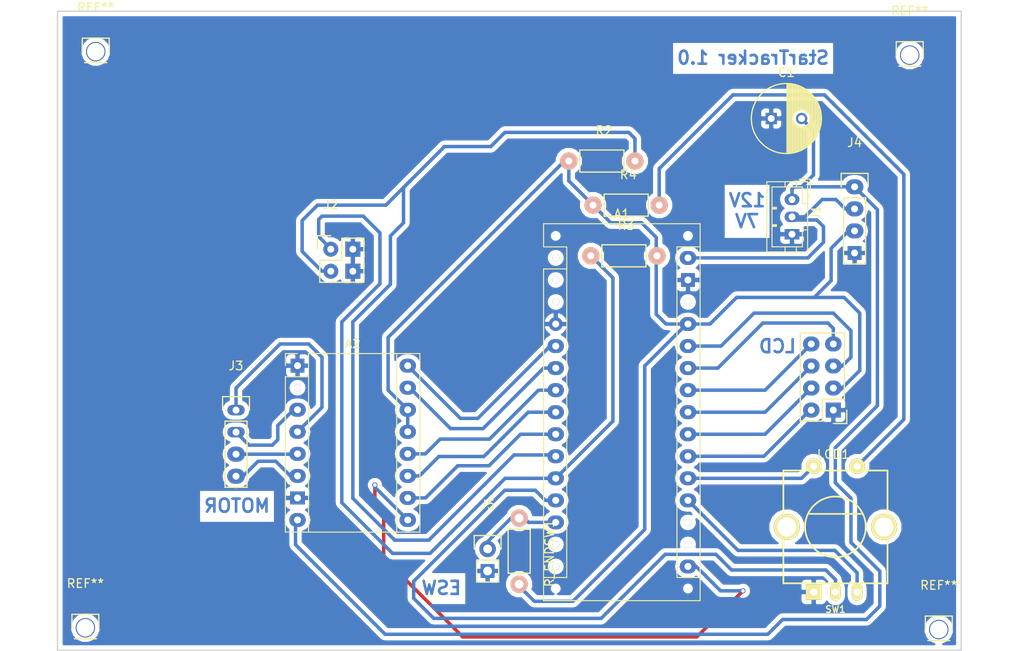
<source format=kicad_pcb>
(kicad_pcb (version 4) (host pcbnew 4.0.5+dfsg1-4)

  (general
    (links 50)
    (no_connects 2)
    (area 109.144999 78.664999 213.435001 152.475001)
    (thickness 1.6)
    (drawings 9)
    (tracks 211)
    (zones 0)
    (modules 18)
    (nets 37)
  )

  (page A4)
  (layers
    (0 F.Cu signal)
    (31 B.Cu signal)
    (32 B.Adhes user)
    (33 F.Adhes user)
    (34 B.Paste user)
    (35 F.Paste user)
    (36 B.SilkS user)
    (37 F.SilkS user)
    (38 B.Mask user)
    (39 F.Mask user)
    (40 Dwgs.User user)
    (41 Cmts.User user)
    (42 Eco1.User user)
    (43 Eco2.User user)
    (44 Edge.Cuts user)
    (45 Margin user)
    (46 B.CrtYd user)
    (47 F.CrtYd user)
    (48 B.Fab user)
    (49 F.Fab user)
  )

  (setup
    (last_trace_width 0.4)
    (trace_clearance 0.4)
    (zone_clearance 0.508)
    (zone_45_only no)
    (trace_min 0.2)
    (segment_width 0.2)
    (edge_width 0.15)
    (via_size 0.6)
    (via_drill 0.4)
    (via_min_size 0.4)
    (via_min_drill 0.3)
    (uvia_size 0.3)
    (uvia_drill 0.1)
    (uvias_allowed no)
    (uvia_min_size 0.2)
    (uvia_min_drill 0.1)
    (pcb_text_width 0.3)
    (pcb_text_size 1.5 1.5)
    (mod_edge_width 0.15)
    (mod_text_size 1 1)
    (mod_text_width 0.15)
    (pad_size 2.2352 2.2352)
    (pad_drill 2)
    (pad_to_mask_clearance 0.2)
    (aux_axis_origin 113.6269 83.4009)
    (visible_elements FFFFFF7F)
    (pcbplotparams
      (layerselection 0x00030_80000001)
      (usegerberextensions false)
      (excludeedgelayer true)
      (linewidth 0.100000)
      (plotframeref false)
      (viasonmask false)
      (mode 1)
      (useauxorigin false)
      (hpglpennumber 1)
      (hpglpenspeed 20)
      (hpglpendiameter 15)
      (hpglpenoverlay 2)
      (psnegative false)
      (psa4output false)
      (plotreference true)
      (plotvalue true)
      (plotinvisibletext false)
      (padsonsilk false)
      (subtractmaskfromsilk false)
      (outputformat 1)
      (mirror false)
      (drillshape 1)
      (scaleselection 1)
      (outputdirectory ""))
  )

  (net 0 "")
  (net 1 "Net-(A1-Pad1)")
  (net 2 "Net-(A1-Pad17)")
  (net 3 "Net-(A1-Pad2)")
  (net 4 "Net-(A1-Pad18)")
  (net 5 "Net-(A1-Pad3)")
  (net 6 GND)
  (net 7 "Net-(A1-Pad5)")
  (net 8 "Net-(A1-Pad6)")
  (net 9 /BTN1)
  (net 10 ROT_BUT)
  (net 11 ROT_C)
  (net 12 +5V)
  (net 13 ROT_A)
  (net 14 "Net-(A1-Pad28)")
  (net 15 +12V)
  (net 16 "Net-(A2-Pad2)")
  (net 17 "Net-(A2-Pad3)")
  (net 18 "Net-(A2-Pad4)")
  (net 19 "Net-(A2-Pad5)")
  (net 20 "Net-(A2-Pad6)")
  (net 21 "Net-(R4-Pad2)")
  (net 22 +6V)
  (net 23 M0)
  (net 24 M1)
  (net 25 M2)
  (net 26 "Net-(A1-Pad11)")
  (net 27 ENABLE)
  (net 28 "Net-(A1-Pad13)")
  (net 29 "Net-(A1-Pad14)")
  (net 30 "Net-(A1-Pad15)")
  (net 31 ENLCD)
  (net 32 RSLCD)
  (net 33 D7)
  (net 34 D6)
  (net 35 D5)
  (net 36 D4)

  (net_class Default "This is the default net class."
    (clearance 0.4)
    (trace_width 0.4)
    (via_dia 0.6)
    (via_drill 0.4)
    (uvia_dia 0.3)
    (uvia_drill 0.1)
    (add_net +12V)
    (add_net +5V)
    (add_net +6V)
    (add_net /BTN1)
    (add_net D4)
    (add_net D5)
    (add_net D6)
    (add_net D7)
    (add_net ENABLE)
    (add_net ENLCD)
    (add_net GND)
    (add_net M0)
    (add_net M1)
    (add_net M2)
    (add_net "Net-(A1-Pad1)")
    (add_net "Net-(A1-Pad11)")
    (add_net "Net-(A1-Pad13)")
    (add_net "Net-(A1-Pad14)")
    (add_net "Net-(A1-Pad15)")
    (add_net "Net-(A1-Pad17)")
    (add_net "Net-(A1-Pad18)")
    (add_net "Net-(A1-Pad2)")
    (add_net "Net-(A1-Pad28)")
    (add_net "Net-(A1-Pad3)")
    (add_net "Net-(A1-Pad5)")
    (add_net "Net-(A1-Pad6)")
    (add_net "Net-(A2-Pad2)")
    (add_net "Net-(A2-Pad3)")
    (add_net "Net-(A2-Pad4)")
    (add_net "Net-(A2-Pad5)")
    (add_net "Net-(A2-Pad6)")
    (add_net "Net-(R4-Pad2)")
    (add_net ROT_A)
    (add_net ROT_BUT)
    (add_net ROT_C)
    (add_net RSLCD)
  )

  (module Pin_Headers:Pin_Header_Straight_1x01 (layer F.Cu) (tedit 594BA7BD) (tstamp 594BA7F1)
    (at 112.4331 149.7965)
    (descr "Through hole pin header")
    (tags "pin header")
    (fp_text reference REF** (at 0 -5.1) (layer F.SilkS)
      (effects (font (size 1 1) (thickness 0.15)))
    )
    (fp_text value Pin_Header_Straight_1x01 (at 0 -3.1) (layer F.Fab)
      (effects (font (size 1 1) (thickness 0.15)))
    )
    (fp_line (start 1.55 -1.55) (end 1.55 0) (layer F.SilkS) (width 0.15))
    (fp_line (start -1.75 -1.75) (end -1.75 1.75) (layer F.CrtYd) (width 0.05))
    (fp_line (start 1.75 -1.75) (end 1.75 1.75) (layer F.CrtYd) (width 0.05))
    (fp_line (start -1.75 -1.75) (end 1.75 -1.75) (layer F.CrtYd) (width 0.05))
    (fp_line (start -1.75 1.75) (end 1.75 1.75) (layer F.CrtYd) (width 0.05))
    (fp_line (start -1.55 0) (end -1.55 -1.55) (layer F.SilkS) (width 0.15))
    (fp_line (start -1.55 -1.55) (end 1.55 -1.55) (layer F.SilkS) (width 0.15))
    (fp_line (start -1.27 1.27) (end 1.27 1.27) (layer F.SilkS) (width 0.15))
    (pad 1 thru_hole circle (at 0 0) (size 2.2352 2.2352) (drill 2) (layers *.Cu *.Mask))
    (model Pin_Headers.3dshapes/Pin_Header_Straight_1x01.wrl
      (at (xyz 0 0 0))
      (scale (xyz 1 1 1))
      (rotate (xyz 0 0 90))
    )
  )

  (module Pin_Headers:Pin_Header_Straight_1x01 (layer F.Cu) (tedit 594BA7BD) (tstamp 594BA7EA)
    (at 210.7819 149.9997)
    (descr "Through hole pin header")
    (tags "pin header")
    (fp_text reference REF** (at 0 -5.1) (layer F.SilkS)
      (effects (font (size 1 1) (thickness 0.15)))
    )
    (fp_text value Pin_Header_Straight_1x01 (at 0 -3.1) (layer F.Fab)
      (effects (font (size 1 1) (thickness 0.15)))
    )
    (fp_line (start 1.55 -1.55) (end 1.55 0) (layer F.SilkS) (width 0.15))
    (fp_line (start -1.75 -1.75) (end -1.75 1.75) (layer F.CrtYd) (width 0.05))
    (fp_line (start 1.75 -1.75) (end 1.75 1.75) (layer F.CrtYd) (width 0.05))
    (fp_line (start -1.75 -1.75) (end 1.75 -1.75) (layer F.CrtYd) (width 0.05))
    (fp_line (start -1.75 1.75) (end 1.75 1.75) (layer F.CrtYd) (width 0.05))
    (fp_line (start -1.55 0) (end -1.55 -1.55) (layer F.SilkS) (width 0.15))
    (fp_line (start -1.55 -1.55) (end 1.55 -1.55) (layer F.SilkS) (width 0.15))
    (fp_line (start -1.27 1.27) (end 1.27 1.27) (layer F.SilkS) (width 0.15))
    (pad 1 thru_hole circle (at 0 0) (size 2.2352 2.2352) (drill 2) (layers *.Cu *.Mask))
    (model Pin_Headers.3dshapes/Pin_Header_Straight_1x01.wrl
      (at (xyz 0 0 0))
      (scale (xyz 1 1 1))
      (rotate (xyz 0 0 90))
    )
  )

  (module Pin_Headers:Pin_Header_Straight_1x01 (layer F.Cu) (tedit 594BA7BD) (tstamp 594BA7DA)
    (at 113.6269 83.4009)
    (descr "Through hole pin header")
    (tags "pin header")
    (fp_text reference REF** (at 0 -5.1) (layer F.SilkS)
      (effects (font (size 1 1) (thickness 0.15)))
    )
    (fp_text value Pin_Header_Straight_1x01 (at 0 -3.1) (layer F.Fab)
      (effects (font (size 1 1) (thickness 0.15)))
    )
    (fp_line (start 1.55 -1.55) (end 1.55 0) (layer F.SilkS) (width 0.15))
    (fp_line (start -1.75 -1.75) (end -1.75 1.75) (layer F.CrtYd) (width 0.05))
    (fp_line (start 1.75 -1.75) (end 1.75 1.75) (layer F.CrtYd) (width 0.05))
    (fp_line (start -1.75 -1.75) (end 1.75 -1.75) (layer F.CrtYd) (width 0.05))
    (fp_line (start -1.75 1.75) (end 1.75 1.75) (layer F.CrtYd) (width 0.05))
    (fp_line (start -1.55 0) (end -1.55 -1.55) (layer F.SilkS) (width 0.15))
    (fp_line (start -1.55 -1.55) (end 1.55 -1.55) (layer F.SilkS) (width 0.15))
    (fp_line (start -1.27 1.27) (end 1.27 1.27) (layer F.SilkS) (width 0.15))
    (pad 1 thru_hole circle (at 0 0) (size 2.2352 2.2352) (drill 2) (layers *.Cu *.Mask))
    (model Pin_Headers.3dshapes/Pin_Header_Straight_1x01.wrl
      (at (xyz 0 0 0))
      (scale (xyz 1 1 1))
      (rotate (xyz 0 0 90))
    )
  )

  (module Pin_Headers:Pin_Header_Straight_1x04 (layer F.Cu) (tedit 594270F1) (tstamp 593A856F)
    (at 129.794 124.714)
    (descr "Through hole pin header")
    (tags "pin header")
    (path /5939C14A)
    (fp_text reference J3 (at 0 -5.1) (layer F.SilkS)
      (effects (font (size 1 1) (thickness 0.15)))
    )
    (fp_text value CONN_01X04 (at 0 -3.1) (layer F.Fab)
      (effects (font (size 1 1) (thickness 0.15)))
    )
    (fp_line (start -1.75 -1.75) (end -1.75 9.4) (layer F.CrtYd) (width 0.05))
    (fp_line (start 1.75 -1.75) (end 1.75 9.4) (layer F.CrtYd) (width 0.05))
    (fp_line (start -1.75 -1.75) (end 1.75 -1.75) (layer F.CrtYd) (width 0.05))
    (fp_line (start -1.75 9.4) (end 1.75 9.4) (layer F.CrtYd) (width 0.05))
    (fp_line (start -1.27 1.27) (end -1.27 8.89) (layer F.SilkS) (width 0.15))
    (fp_line (start 1.27 1.27) (end 1.27 8.89) (layer F.SilkS) (width 0.15))
    (fp_line (start 1.55 -1.55) (end 1.55 0) (layer F.SilkS) (width 0.15))
    (fp_line (start -1.27 8.89) (end 1.27 8.89) (layer F.SilkS) (width 0.15))
    (fp_line (start 1.27 1.27) (end -1.27 1.27) (layer F.SilkS) (width 0.15))
    (fp_line (start -1.55 0) (end -1.55 -1.55) (layer F.SilkS) (width 0.15))
    (fp_line (start -1.55 -1.55) (end 1.55 -1.55) (layer F.SilkS) (width 0.15))
    (pad 1 thru_hole oval (at 0 0) (size 2 1.2) (drill 0.8) (layers *.Cu *.Mask)
      (net 18 "Net-(A2-Pad4)"))
    (pad 2 thru_hole oval (at 0 2.54) (size 2 1.2) (drill 0.8) (layers *.Cu *.Mask)
      (net 17 "Net-(A2-Pad3)"))
    (pad 3 thru_hole oval (at 0 5.08) (size 2.032 1.7272) (drill 0.8) (layers *.Cu *.Mask)
      (net 19 "Net-(A2-Pad5)"))
    (pad 4 thru_hole oval (at 0 7.62) (size 2.032 1.7272) (drill 0.8) (layers *.Cu *.Mask)
      (net 20 "Net-(A2-Pad6)"))
    (model Pin_Headers.3dshapes/Pin_Header_Straight_1x04.wrl
      (at (xyz 0 -0.15 0))
      (scale (xyz 1 1 1))
      (rotate (xyz 0 0 90))
    )
  )

  (module Modules:Pololu_Breakout-16_15.2x20.3mm (layer F.Cu) (tedit 594BA4E1) (tstamp 593A8550)
    (at 136.881 119.596)
    (descr "Pololu Breakout 16-pin 15.2x20.3mm 0.6x0.8\\")
    (path /5918917A)
    (fp_text reference A2 (at 6.35 -2.54) (layer F.SilkS)
      (effects (font (size 1 1) (thickness 0.15)))
    )
    (fp_text value Pololu_Breakout_DRV8825 (at 6.35 20.17) (layer F.Fab)
      (effects (font (size 1 1) (thickness 0.15)))
    )
    (fp_text user %R (at 6.35 0) (layer F.Fab)
      (effects (font (size 1 1) (thickness 0.15)))
    )
    (fp_line (start 11.43 -1.4) (end 11.43 19.18) (layer F.SilkS) (width 0.12))
    (fp_line (start 1.27 1.27) (end 1.27 19.18) (layer F.SilkS) (width 0.12))
    (fp_line (start 0 -1.4) (end -1.4 -1.4) (layer F.SilkS) (width 0.12))
    (fp_line (start -1.4 -1.4) (end -1.4 0) (layer F.SilkS) (width 0.12))
    (fp_line (start 1.27 -1.4) (end 1.27 1.27) (layer F.SilkS) (width 0.12))
    (fp_line (start 1.27 1.27) (end -1.4 1.27) (layer F.SilkS) (width 0.12))
    (fp_line (start -1.4 1.27) (end -1.4 19.18) (layer F.SilkS) (width 0.12))
    (fp_line (start -1.4 19.18) (end 14.1 19.18) (layer F.SilkS) (width 0.12))
    (fp_line (start 14.1 19.18) (end 14.1 -1.4) (layer F.SilkS) (width 0.12))
    (fp_line (start 14.1 -1.4) (end 1.27 -1.4) (layer F.SilkS) (width 0.12))
    (fp_line (start -1.27 0) (end 0 -1.27) (layer F.Fab) (width 0.1))
    (fp_line (start 0 -1.27) (end 13.97 -1.27) (layer F.Fab) (width 0.1))
    (fp_line (start 13.97 -1.27) (end 13.97 19.05) (layer F.Fab) (width 0.1))
    (fp_line (start 13.97 19.05) (end -1.27 19.05) (layer F.Fab) (width 0.1))
    (fp_line (start -1.27 19.05) (end -1.27 0) (layer F.Fab) (width 0.1))
    (fp_line (start -1.53 -1.52) (end 14.21 -1.52) (layer F.CrtYd) (width 0.05))
    (fp_line (start -1.53 -1.52) (end -1.53 19.3) (layer F.CrtYd) (width 0.05))
    (fp_line (start 14.21 19.3) (end 14.21 -1.52) (layer F.CrtYd) (width 0.05))
    (fp_line (start 14.21 19.3) (end -1.53 19.3) (layer F.CrtYd) (width 0.05))
    (pad 1 thru_hole rect (at 0 0) (size 1.6 1.6) (drill 0.8) (layers *.Cu *.Mask)
      (net 6 GND))
    (pad 9 thru_hole oval (at 12.7 17.78) (size 1.9 1.6) (drill 0.8) (layers *.Cu *.Mask)
      (net 27 ENABLE))
    (pad 2 thru_hole oval (at 0 2.54) (size 0.8 0.8) (drill 0.8) (layers *.Cu *.Mask)
      (net 16 "Net-(A2-Pad2)"))
    (pad 10 thru_hole oval (at 12.7 15.24) (size 1.9 1.6) (drill 0.8) (layers *.Cu *.Mask)
      (net 23 M0))
    (pad 3 thru_hole oval (at 0 5.08) (size 1.9 1.6) (drill 0.8) (layers *.Cu *.Mask)
      (net 17 "Net-(A2-Pad3)"))
    (pad 11 thru_hole oval (at 12.7 12.7) (size 1.9 1.6) (drill 0.8) (layers *.Cu *.Mask)
      (net 24 M1))
    (pad 4 thru_hole oval (at 0 7.62) (size 1.9 1.6) (drill 0.8) (layers *.Cu *.Mask)
      (net 18 "Net-(A2-Pad4)"))
    (pad 12 thru_hole oval (at 12.7 10.16) (size 1.9 1.6) (drill 0.8) (layers *.Cu *.Mask)
      (net 25 M2))
    (pad 5 thru_hole oval (at 0 10.16) (size 1.9 1.6) (drill 0.8) (layers *.Cu *.Mask)
      (net 19 "Net-(A2-Pad5)"))
    (pad 13 thru_hole oval (at 12.7 7.62) (size 1.9 1.6) (drill 0.8) (layers *.Cu *.Mask)
      (net 12 +5V))
    (pad 6 thru_hole oval (at 0 12.7) (size 1.9 1.6) (drill 0.8) (layers *.Cu *.Mask)
      (net 20 "Net-(A2-Pad6)"))
    (pad 14 thru_hole oval (at 12.7 5.08) (size 1.9 1.6) (drill 0.8) (layers *.Cu *.Mask)
      (net 12 +5V))
    (pad 7 thru_hole rect (at 0 15.24) (size 1.7 1.5) (drill 0.8) (layers *.Cu *.Mask)
      (net 6 GND))
    (pad 15 thru_hole oval (at 12.7 2.54) (size 1.9 1.6) (drill 0.8) (layers *.Cu *.Mask)
      (net 8 "Net-(A1-Pad6)"))
    (pad 8 thru_hole oval (at 0 17.78) (size 1.9 1.6) (drill 0.8) (layers *.Cu *.Mask)
      (net 15 +12V))
    (pad 16 thru_hole oval (at 12.7 0) (size 1.9 1.6) (drill 0.8) (layers *.Cu *.Mask)
      (net 7 "Net-(A1-Pad5)"))
  )

  (module sparkfun:SF-ROTARY-ENCODER (layer F.Cu) (tedit 594BA381) (tstamp 593A85A0)
    (at 198.87 138.176)
    (path /591A8C1B)
    (fp_text reference SW1 (at 0 9.5) (layer F.SilkS)
      (effects (font (size 0.762 0.762) (thickness 0.1524)))
    )
    (fp_text value Rotary_Encoder_Switch (at 0 0) (layer F.SilkS) hide
      (effects (font (size 0.762 0.762) (thickness 0.1524)))
    )
    (fp_line (start 3 -1.5) (end -3 -1.5) (layer F.SilkS) (width 0.2032))
    (fp_circle (center 0 0) (end 3.5 0) (layer F.SilkS) (width 0.2032))
    (fp_line (start 6 6.5) (end -6 6.5) (layer F.SilkS) (width 0.2032))
    (fp_line (start -6 6.5) (end -6 -6.5) (layer F.SilkS) (width 0.2032))
    (fp_line (start -6 -6.5) (end 6 -6.5) (layer F.SilkS) (width 0.2032))
    (fp_line (start 6 -6.5) (end 6 6.5) (layer F.SilkS) (width 0.2032))
    (pad 1 thru_hole circle (at -2.5 -7) (size 1.8 1.8) (drill 0.8) (layers *.Cu *.Mask F.SilkS)
      (net 13 ROT_A))
    (pad 2 thru_hole rect (at -2.5 7.5) (size 1.8 1.8) (drill 0.8) (layers *.Cu *.Mask F.SilkS)
      (net 6 GND))
    (pad 3 thru_hole oval (at 0 7.5) (size 1.2 2) (drill 0.8) (layers *.Cu *.Mask F.SilkS)
      (net 11 ROT_C))
    (pad 4 thru_hole oval (at 2.5 7.5) (size 1.2 2) (drill 0.8) (layers *.Cu *.Mask F.SilkS)
      (net 10 ROT_BUT))
    (pad 5 thru_hole circle (at 2.5 -7) (size 1.8 1.8) (drill 0.8) (layers *.Cu *.Mask F.SilkS)
      (net 21 "Net-(R4-Pad2)"))
    (pad "" thru_hole circle (at 5.6 0) (size 3 3) (drill 2.2) (layers *.Cu *.Mask F.SilkS))
    (pad "" thru_hole circle (at -5.6 0) (size 3 3) (drill 2.2) (layers *.Cu *.Mask F.SilkS))
  )

  (module Modules:Arduino_Nano_WithMountingHoles (layer F.Cu) (tedit 594BA3FB) (tstamp 593A853C)
    (at 166.637 107.175)
    (descr "Arduino Nano, http://www.mouser.com/pdfdocs/Gravitech_Arduino_Nano3_0.pdf")
    (tags "Arduino Nano")
    (path /5918909A)
    (fp_text reference A1 (at 7.62 -5.08) (layer F.SilkS)
      (effects (font (size 1 1) (thickness 0.15)))
    )
    (fp_text value Arduino_Nano_v3.x (at 8.89 15.24 90) (layer F.Fab)
      (effects (font (size 1 1) (thickness 0.15)))
    )
    (fp_text user %R (at 6.35 16.51 90) (layer F.Fab)
      (effects (font (size 1 1) (thickness 0.15)))
    )
    (fp_line (start 1.27 1.27) (end 1.27 -1.27) (layer F.SilkS) (width 0.12))
    (fp_line (start 1.27 -1.27) (end -1.4 -1.27) (layer F.SilkS) (width 0.12))
    (fp_line (start -1.4 1.27) (end -1.4 39.5) (layer F.SilkS) (width 0.12))
    (fp_line (start -1.4 -3.94) (end -1.4 -1.27) (layer F.SilkS) (width 0.12))
    (fp_line (start 13.97 -1.27) (end 16.64 -1.27) (layer F.SilkS) (width 0.12))
    (fp_line (start 13.97 -1.27) (end 13.97 36.83) (layer F.SilkS) (width 0.12))
    (fp_line (start 13.97 36.83) (end 16.64 36.83) (layer F.SilkS) (width 0.12))
    (fp_line (start 1.27 1.27) (end -1.4 1.27) (layer F.SilkS) (width 0.12))
    (fp_line (start 1.27 1.27) (end 1.27 36.83) (layer F.SilkS) (width 0.12))
    (fp_line (start 1.27 36.83) (end -1.4 36.83) (layer F.SilkS) (width 0.12))
    (fp_line (start 3.81 31.75) (end 11.43 31.75) (layer F.Fab) (width 0.1))
    (fp_line (start 11.43 31.75) (end 11.43 41.91) (layer F.Fab) (width 0.1))
    (fp_line (start 11.43 41.91) (end 3.81 41.91) (layer F.Fab) (width 0.1))
    (fp_line (start 3.81 41.91) (end 3.81 31.75) (layer F.Fab) (width 0.1))
    (fp_line (start -1.4 39.5) (end 16.64 39.5) (layer F.SilkS) (width 0.12))
    (fp_line (start 16.64 39.5) (end 16.64 -3.94) (layer F.SilkS) (width 0.12))
    (fp_line (start 16.64 -3.94) (end -1.4 -3.94) (layer F.SilkS) (width 0.12))
    (fp_line (start 16.51 39.37) (end -1.27 39.37) (layer F.Fab) (width 0.1))
    (fp_line (start -1.27 39.37) (end -1.27 -2.54) (layer F.Fab) (width 0.1))
    (fp_line (start -1.27 -2.54) (end 0 -3.81) (layer F.Fab) (width 0.1))
    (fp_line (start 0 -3.81) (end 16.51 -3.81) (layer F.Fab) (width 0.1))
    (fp_line (start 16.51 -3.81) (end 16.51 39.37) (layer F.Fab) (width 0.1))
    (fp_line (start -1.53 -4.06) (end 16.75 -4.06) (layer F.CrtYd) (width 0.05))
    (fp_line (start -1.53 -4.06) (end -1.53 42.16) (layer F.CrtYd) (width 0.05))
    (fp_line (start 16.75 42.16) (end 16.75 -4.06) (layer F.CrtYd) (width 0.05))
    (fp_line (start 16.75 42.16) (end -1.53 42.16) (layer F.CrtYd) (width 0.05))
    (pad 1 thru_hole circle (at 0 0) (size 0.8 0.8) (drill 0.8) (layers *.Cu *.Mask)
      (net 1 "Net-(A1-Pad1)"))
    (pad 17 thru_hole oval (at 15.24 33.02) (size 0.8 0.8) (drill 0.8) (layers *.Cu *.Mask)
      (net 2 "Net-(A1-Pad17)"))
    (pad 2 thru_hole oval (at 0 2.54) (size 0.8 0.8) (drill 0.8) (layers *.Cu *.Mask)
      (net 3 "Net-(A1-Pad2)"))
    (pad 18 thru_hole oval (at 15.24 30.48) (size 0.8 0.8) (drill 0.8) (layers *.Cu *.Mask)
      (net 4 "Net-(A1-Pad18)"))
    (pad 3 thru_hole oval (at 0 5.08) (size 0.8 0.8) (drill 0.8) (layers *.Cu *.Mask)
      (net 5 "Net-(A1-Pad3)"))
    (pad 19 thru_hole oval (at 15.24 27.94) (size 1.9 1.6) (drill 0.8) (layers *.Cu *.Mask)
      (net 10 ROT_BUT))
    (pad 4 thru_hole oval (at 0 7.62) (size 1.6 1.6) (drill 0.8) (layers *.Cu *.Mask)
      (net 6 GND))
    (pad 20 thru_hole oval (at 15.24 25.4) (size 1.9 1.6) (drill 0.8) (layers *.Cu *.Mask)
      (net 13 ROT_A))
    (pad 5 thru_hole oval (at 0 10.16) (size 1.9 1.6) (drill 0.8) (layers *.Cu *.Mask)
      (net 7 "Net-(A1-Pad5)"))
    (pad 21 thru_hole oval (at 15.24 22.86) (size 1.9 1.6) (drill 0.8) (layers *.Cu *.Mask)
      (net 33 D7))
    (pad 6 thru_hole oval (at 0 12.7) (size 1.9 1.6) (drill 0.8) (layers *.Cu *.Mask)
      (net 8 "Net-(A1-Pad6)"))
    (pad 22 thru_hole oval (at 15.24 20.32) (size 1.9 1.6) (drill 0.8) (layers *.Cu *.Mask)
      (net 34 D6))
    (pad 7 thru_hole oval (at 0 15.24) (size 1.9 1.6) (drill 0.8) (layers *.Cu *.Mask)
      (net 25 M2))
    (pad 23 thru_hole oval (at 15.24 17.78) (size 1.9 1.6) (drill 0.8) (layers *.Cu *.Mask)
      (net 35 D5))
    (pad 8 thru_hole oval (at 0 17.78) (size 1.9 1.6) (drill 0.8) (layers *.Cu *.Mask)
      (net 24 M1))
    (pad 24 thru_hole oval (at 15.24 15.24) (size 1.9 1.6) (drill 0.8) (layers *.Cu *.Mask)
      (net 36 D4))
    (pad 9 thru_hole oval (at 0 20.32) (size 1.9 1.6) (drill 0.8) (layers *.Cu *.Mask)
      (net 23 M0))
    (pad 25 thru_hole oval (at 15.24 12.7) (size 1.9 1.6) (drill 0.8) (layers *.Cu *.Mask)
      (net 31 ENLCD))
    (pad 10 thru_hole oval (at 0 22.86) (size 1.9 1.6) (drill 0.8) (layers *.Cu *.Mask)
      (net 9 /BTN1))
    (pad 26 thru_hole oval (at 15.24 10.16) (size 1.9 1.6) (drill 0.8) (layers *.Cu *.Mask)
      (net 32 RSLCD))
    (pad 11 thru_hole oval (at 0 25.4) (size 1.9 1.6) (drill 0.8) (layers *.Cu *.Mask)
      (net 26 "Net-(A1-Pad11)"))
    (pad 27 thru_hole oval (at 15.24 7.62) (size 1.9 1.6) (drill 0.8) (layers *.Cu *.Mask)
      (net 12 +5V))
    (pad 12 thru_hole oval (at 0 27.94) (size 1.9 1.6) (drill 0.8) (layers *.Cu *.Mask)
      (net 11 ROT_C))
    (pad 28 thru_hole oval (at 15.24 5.08) (size 0.8 0.8) (drill 0.8) (layers *.Cu *.Mask)
      (net 14 "Net-(A1-Pad28)"))
    (pad 13 thru_hole oval (at 0 30.48) (size 1.9 1.6) (drill 0.8) (layers *.Cu *.Mask)
      (net 28 "Net-(A1-Pad13)"))
    (pad 29 thru_hole rect (at 15.24 2.54) (size 1.6 1.6) (drill 0.8) (layers *.Cu *.Mask)
      (net 6 GND))
    (pad 14 thru_hole oval (at 0 33.02) (size 0.8 0.8) (drill 0.8) (layers *.Cu *.Mask)
      (net 29 "Net-(A1-Pad14)"))
    (pad 30 thru_hole oval (at 15.24 0) (size 1.9 1.6) (drill 0.8) (layers *.Cu *.Mask)
      (net 22 +6V))
    (pad 15 thru_hole oval (at 0 35.56) (size 0.8 0.8) (drill 0.8) (layers *.Cu *.Mask)
      (net 30 "Net-(A1-Pad15)"))
    (pad 16 thru_hole oval (at 15.24 35.56) (size 1.9 1.6) (drill 0.8) (layers *.Cu *.Mask)
      (net 27 ENABLE))
    (pad "" np_thru_hole circle (at 0 -2.54) (size 0.1 0.1) (drill 0.1) (layers *.Cu *.Mask))
    (pad "" np_thru_hole circle (at 15.24 -2.54) (size 0.1 0.1) (drill 0.1) (layers *.Cu *.Mask))
    (pad "" np_thru_hole circle (at 15.24 38.1) (size 0.1 0.1) (drill 0.1) (layers *.Cu *.Mask))
    (pad "" np_thru_hole circle (at 0 38.1) (size 0.1 0.1) (drill 0.1) (layers *.Cu *.Mask))
  )

  (module Capacitors_ThroughHole:C_Radial_D8_L11.5_P3.5 (layer F.Cu) (tedit 0) (tstamp 593A8556)
    (at 191.47 91.1098)
    (descr "Radial Electrolytic Capacitor Diameter 8mm x Length 11.5mm, Pitch 3.5mm")
    (tags "Electrolytic Capacitor")
    (path /5920D79F)
    (fp_text reference C1 (at 1.75 -5.3) (layer F.SilkS)
      (effects (font (size 1 1) (thickness 0.15)))
    )
    (fp_text value C (at 1.75 5.3) (layer F.Fab)
      (effects (font (size 1 1) (thickness 0.15)))
    )
    (fp_line (start 1.825 -3.999) (end 1.825 3.999) (layer F.SilkS) (width 0.15))
    (fp_line (start 1.965 -3.994) (end 1.965 3.994) (layer F.SilkS) (width 0.15))
    (fp_line (start 2.105 -3.984) (end 2.105 3.984) (layer F.SilkS) (width 0.15))
    (fp_line (start 2.245 -3.969) (end 2.245 3.969) (layer F.SilkS) (width 0.15))
    (fp_line (start 2.385 -3.949) (end 2.385 3.949) (layer F.SilkS) (width 0.15))
    (fp_line (start 2.525 -3.924) (end 2.525 -0.222) (layer F.SilkS) (width 0.15))
    (fp_line (start 2.525 0.222) (end 2.525 3.924) (layer F.SilkS) (width 0.15))
    (fp_line (start 2.665 -3.894) (end 2.665 -0.55) (layer F.SilkS) (width 0.15))
    (fp_line (start 2.665 0.55) (end 2.665 3.894) (layer F.SilkS) (width 0.15))
    (fp_line (start 2.805 -3.858) (end 2.805 -0.719) (layer F.SilkS) (width 0.15))
    (fp_line (start 2.805 0.719) (end 2.805 3.858) (layer F.SilkS) (width 0.15))
    (fp_line (start 2.945 -3.817) (end 2.945 -0.832) (layer F.SilkS) (width 0.15))
    (fp_line (start 2.945 0.832) (end 2.945 3.817) (layer F.SilkS) (width 0.15))
    (fp_line (start 3.085 -3.771) (end 3.085 -0.91) (layer F.SilkS) (width 0.15))
    (fp_line (start 3.085 0.91) (end 3.085 3.771) (layer F.SilkS) (width 0.15))
    (fp_line (start 3.225 -3.718) (end 3.225 -0.961) (layer F.SilkS) (width 0.15))
    (fp_line (start 3.225 0.961) (end 3.225 3.718) (layer F.SilkS) (width 0.15))
    (fp_line (start 3.365 -3.659) (end 3.365 -0.991) (layer F.SilkS) (width 0.15))
    (fp_line (start 3.365 0.991) (end 3.365 3.659) (layer F.SilkS) (width 0.15))
    (fp_line (start 3.505 -3.594) (end 3.505 -1) (layer F.SilkS) (width 0.15))
    (fp_line (start 3.505 1) (end 3.505 3.594) (layer F.SilkS) (width 0.15))
    (fp_line (start 3.645 -3.523) (end 3.645 -0.989) (layer F.SilkS) (width 0.15))
    (fp_line (start 3.645 0.989) (end 3.645 3.523) (layer F.SilkS) (width 0.15))
    (fp_line (start 3.785 -3.444) (end 3.785 -0.959) (layer F.SilkS) (width 0.15))
    (fp_line (start 3.785 0.959) (end 3.785 3.444) (layer F.SilkS) (width 0.15))
    (fp_line (start 3.925 -3.357) (end 3.925 -0.905) (layer F.SilkS) (width 0.15))
    (fp_line (start 3.925 0.905) (end 3.925 3.357) (layer F.SilkS) (width 0.15))
    (fp_line (start 4.065 -3.262) (end 4.065 -0.825) (layer F.SilkS) (width 0.15))
    (fp_line (start 4.065 0.825) (end 4.065 3.262) (layer F.SilkS) (width 0.15))
    (fp_line (start 4.205 -3.158) (end 4.205 -0.709) (layer F.SilkS) (width 0.15))
    (fp_line (start 4.205 0.709) (end 4.205 3.158) (layer F.SilkS) (width 0.15))
    (fp_line (start 4.345 -3.044) (end 4.345 -0.535) (layer F.SilkS) (width 0.15))
    (fp_line (start 4.345 0.535) (end 4.345 3.044) (layer F.SilkS) (width 0.15))
    (fp_line (start 4.485 -2.919) (end 4.485 -0.173) (layer F.SilkS) (width 0.15))
    (fp_line (start 4.485 0.173) (end 4.485 2.919) (layer F.SilkS) (width 0.15))
    (fp_line (start 4.625 -2.781) (end 4.625 2.781) (layer F.SilkS) (width 0.15))
    (fp_line (start 4.765 -2.629) (end 4.765 2.629) (layer F.SilkS) (width 0.15))
    (fp_line (start 4.905 -2.459) (end 4.905 2.459) (layer F.SilkS) (width 0.15))
    (fp_line (start 5.045 -2.268) (end 5.045 2.268) (layer F.SilkS) (width 0.15))
    (fp_line (start 5.185 -2.05) (end 5.185 2.05) (layer F.SilkS) (width 0.15))
    (fp_line (start 5.325 -1.794) (end 5.325 1.794) (layer F.SilkS) (width 0.15))
    (fp_line (start 5.465 -1.483) (end 5.465 1.483) (layer F.SilkS) (width 0.15))
    (fp_line (start 5.605 -1.067) (end 5.605 1.067) (layer F.SilkS) (width 0.15))
    (fp_line (start 5.745 -0.2) (end 5.745 0.2) (layer F.SilkS) (width 0.15))
    (fp_circle (center 3.5 0) (end 3.5 -1) (layer F.SilkS) (width 0.15))
    (fp_circle (center 1.75 0) (end 1.75 -4.0375) (layer F.SilkS) (width 0.15))
    (fp_circle (center 1.75 0) (end 1.75 -4.3) (layer F.CrtYd) (width 0.05))
    (pad 2 thru_hole circle (at 3.5 0) (size 1.3 1.3) (drill 0.8) (layers *.Cu *.Mask)
      (net 15 +12V))
    (pad 1 thru_hole rect (at 0 0) (size 1.3 1.3) (drill 0.8) (layers *.Cu *.Mask)
      (net 6 GND))
    (model Capacitors_ThroughHole.3dshapes/C_Radial_D8_L11.5_P3.5.wrl
      (at (xyz 0 0 0))
      (scale (xyz 1 1 1))
      (rotate (xyz 0 0 0))
    )
  )

  (module Connectors_JST:JST_PH_B3B-PH-K_03x2.00mm_Straight (layer F.Cu) (tedit 594BA3CF) (tstamp 593A855D)
    (at 193.866 100.445 270)
    (descr "JST PH series connector, B3B-PH-K, top entry type, through hole, Datasheet: http://www.jst-mfg.com/product/pdf/eng/ePH.pdf")
    (tags "connector jst ph")
    (path /5937EDA3)
    (fp_text reference J1 (at 1.5 -2.8 270) (layer F.SilkS)
      (effects (font (size 1 1) (thickness 0.15)))
    )
    (fp_text value CONN_01X03_VIN (at 2 3.8 270) (layer F.Fab)
      (effects (font (size 1 1) (thickness 0.15)))
    )
    (fp_line (start -2.05 -1.8) (end -2.05 2.9) (layer F.SilkS) (width 0.12))
    (fp_line (start -2.05 2.9) (end 6.05 2.9) (layer F.SilkS) (width 0.12))
    (fp_line (start 6.05 2.9) (end 6.05 -1.8) (layer F.SilkS) (width 0.12))
    (fp_line (start 6.05 -1.8) (end -2.05 -1.8) (layer F.SilkS) (width 0.12))
    (fp_line (start 0.5 -1.8) (end 0.5 -1.2) (layer F.SilkS) (width 0.12))
    (fp_line (start 0.5 -1.2) (end -1.45 -1.2) (layer F.SilkS) (width 0.12))
    (fp_line (start -1.45 -1.2) (end -1.45 2.3) (layer F.SilkS) (width 0.12))
    (fp_line (start -1.45 2.3) (end 5.45 2.3) (layer F.SilkS) (width 0.12))
    (fp_line (start 5.45 2.3) (end 5.45 -1.2) (layer F.SilkS) (width 0.12))
    (fp_line (start 5.45 -1.2) (end 3.5 -1.2) (layer F.SilkS) (width 0.12))
    (fp_line (start 3.5 -1.2) (end 3.5 -1.8) (layer F.SilkS) (width 0.12))
    (fp_line (start -2.05 -0.5) (end -1.45 -0.5) (layer F.SilkS) (width 0.12))
    (fp_line (start -2.05 0.8) (end -1.45 0.8) (layer F.SilkS) (width 0.12))
    (fp_line (start 6.05 -0.5) (end 5.45 -0.5) (layer F.SilkS) (width 0.12))
    (fp_line (start 6.05 0.8) (end 5.45 0.8) (layer F.SilkS) (width 0.12))
    (fp_line (start -0.3 -1.8) (end -0.3 -2) (layer F.SilkS) (width 0.12))
    (fp_line (start -0.3 -2) (end -0.6 -2) (layer F.SilkS) (width 0.12))
    (fp_line (start -0.6 -2) (end -0.6 -1.8) (layer F.SilkS) (width 0.12))
    (fp_line (start -0.3 -1.9) (end -0.6 -1.9) (layer F.SilkS) (width 0.12))
    (fp_line (start 0.9 2.3) (end 0.9 1.8) (layer F.SilkS) (width 0.12))
    (fp_line (start 0.9 1.8) (end 1.1 1.8) (layer F.SilkS) (width 0.12))
    (fp_line (start 1.1 1.8) (end 1.1 2.3) (layer F.SilkS) (width 0.12))
    (fp_line (start 1 2.3) (end 1 1.8) (layer F.SilkS) (width 0.12))
    (fp_line (start 2.9 2.3) (end 2.9 1.8) (layer F.SilkS) (width 0.12))
    (fp_line (start 2.9 1.8) (end 3.1 1.8) (layer F.SilkS) (width 0.12))
    (fp_line (start 3.1 1.8) (end 3.1 2.3) (layer F.SilkS) (width 0.12))
    (fp_line (start 3 2.3) (end 3 1.8) (layer F.SilkS) (width 0.12))
    (fp_line (start -1.1 -2.1) (end -2.35 -2.1) (layer F.SilkS) (width 0.12))
    (fp_line (start -2.35 -2.1) (end -2.35 -0.85) (layer F.SilkS) (width 0.12))
    (fp_line (start -1.1 -2.1) (end -2.35 -2.1) (layer F.Fab) (width 0.1))
    (fp_line (start -2.35 -2.1) (end -2.35 -0.85) (layer F.Fab) (width 0.1))
    (fp_line (start -1.95 -1.7) (end -1.95 2.8) (layer F.Fab) (width 0.1))
    (fp_line (start -1.95 2.8) (end 5.95 2.8) (layer F.Fab) (width 0.1))
    (fp_line (start 5.95 2.8) (end 5.95 -1.7) (layer F.Fab) (width 0.1))
    (fp_line (start 5.95 -1.7) (end -1.95 -1.7) (layer F.Fab) (width 0.1))
    (fp_line (start -2.45 -2.2) (end -2.45 3.3) (layer F.CrtYd) (width 0.05))
    (fp_line (start -2.45 3.3) (end 6.45 3.3) (layer F.CrtYd) (width 0.05))
    (fp_line (start 6.45 3.3) (end 6.45 -2.2) (layer F.CrtYd) (width 0.05))
    (fp_line (start 6.45 -2.2) (end -2.45 -2.2) (layer F.CrtYd) (width 0.05))
    (fp_text user %R (at 2 1.5 270) (layer F.Fab)
      (effects (font (size 1 1) (thickness 0.15)))
    )
    (pad 1 thru_hole oval (at 0 0 270) (size 1.3 1.7) (drill 0.8) (layers *.Cu *.Mask)
      (net 15 +12V))
    (pad 2 thru_hole oval (at 2 0 270) (size 1.2 1.7) (drill 0.8) (layers *.Cu *.Mask)
      (net 22 +6V))
    (pad 3 thru_hole rect (at 4 0 270) (size 1.2 1.7) (drill 0.8) (layers *.Cu *.Mask)
      (net 6 GND))
    (model ${KISYS3DMOD}/Connectors_JST.3dshapes/JST_PH_B3B-PH-K_03x2.00mm_Straight.wrl
      (at (xyz 0 0 0))
      (scale (xyz 1 1 1))
      (rotate (xyz 0 0 0))
    )
  )

  (module Pin_Headers:Pin_Header_Straight_1x04 (layer F.Cu) (tedit 594BA39D) (tstamp 593A8577)
    (at 201.079 98.9838)
    (descr "Through hole pin header")
    (tags "pin header")
    (path /5937E8BB)
    (fp_text reference J4 (at 0 -5.1) (layer F.SilkS)
      (effects (font (size 1 1) (thickness 0.15)))
    )
    (fp_text value CONN_01X04 (at 0 -3.1) (layer F.Fab)
      (effects (font (size 1 1) (thickness 0.15)))
    )
    (fp_line (start -1.75 -1.75) (end -1.75 9.4) (layer F.CrtYd) (width 0.05))
    (fp_line (start 1.75 -1.75) (end 1.75 9.4) (layer F.CrtYd) (width 0.05))
    (fp_line (start -1.75 -1.75) (end 1.75 -1.75) (layer F.CrtYd) (width 0.05))
    (fp_line (start -1.75 9.4) (end 1.75 9.4) (layer F.CrtYd) (width 0.05))
    (fp_line (start -1.27 1.27) (end -1.27 8.89) (layer F.SilkS) (width 0.15))
    (fp_line (start 1.27 1.27) (end 1.27 8.89) (layer F.SilkS) (width 0.15))
    (fp_line (start 1.55 -1.55) (end 1.55 0) (layer F.SilkS) (width 0.15))
    (fp_line (start -1.27 8.89) (end 1.27 8.89) (layer F.SilkS) (width 0.15))
    (fp_line (start 1.27 1.27) (end -1.27 1.27) (layer F.SilkS) (width 0.15))
    (fp_line (start -1.55 0) (end -1.55 -1.55) (layer F.SilkS) (width 0.15))
    (fp_line (start -1.55 -1.55) (end 1.55 -1.55) (layer F.SilkS) (width 0.15))
    (pad 1 thru_hole oval (at 0 0) (size 2.032 1.7272) (drill 0.8) (layers *.Cu *.Mask)
      (net 15 +12V))
    (pad 2 thru_hole oval (at 0 2.54) (size 2.032 1.7272) (drill 0.8) (layers *.Cu *.Mask)
      (net 22 +6V))
    (pad 3 thru_hole oval (at 0 5.08) (size 2.032 1.7272) (drill 0.8) (layers *.Cu *.Mask)
      (net 12 +5V))
    (pad 4 thru_hole rect (at 0 7.62) (size 1.6 1.6) (drill 0.8) (layers *.Cu *.Mask)
      (net 6 GND))
    (model Pin_Headers.3dshapes/Pin_Header_Straight_1x04.wrl
      (at (xyz 0 -0.15 0))
      (scale (xyz 1 1 1))
      (rotate (xyz 0 0 90))
    )
  )

  (module Pin_Headers:Pin_Header_Straight_2x04 (layer F.Cu) (tedit 593B0B76) (tstamp 593A8583)
    (at 198.628 124.714 180)
    (descr "Through hole pin header")
    (tags "pin header")
    (path /5919F630)
    (fp_text reference LCD1 (at 0 -5.1 180) (layer F.SilkS)
      (effects (font (size 1 1) (thickness 0.15)))
    )
    (fp_text value CONN_02X04 (at 0 -3.1 180) (layer F.Fab)
      (effects (font (size 1 1) (thickness 0.15)))
    )
    (fp_line (start -1.75 -1.75) (end -1.75 9.4) (layer F.CrtYd) (width 0.05))
    (fp_line (start 4.3 -1.75) (end 4.3 9.4) (layer F.CrtYd) (width 0.05))
    (fp_line (start -1.75 -1.75) (end 4.3 -1.75) (layer F.CrtYd) (width 0.05))
    (fp_line (start -1.75 9.4) (end 4.3 9.4) (layer F.CrtYd) (width 0.05))
    (fp_line (start -1.27 1.27) (end -1.27 8.89) (layer F.SilkS) (width 0.15))
    (fp_line (start -1.27 8.89) (end 3.81 8.89) (layer F.SilkS) (width 0.15))
    (fp_line (start 3.81 8.89) (end 3.81 -1.27) (layer F.SilkS) (width 0.15))
    (fp_line (start 3.81 -1.27) (end 1.27 -1.27) (layer F.SilkS) (width 0.15))
    (fp_line (start 0 -1.55) (end -1.55 -1.55) (layer F.SilkS) (width 0.15))
    (fp_line (start 1.27 -1.27) (end 1.27 1.27) (layer F.SilkS) (width 0.15))
    (fp_line (start 1.27 1.27) (end -1.27 1.27) (layer F.SilkS) (width 0.15))
    (fp_line (start -1.55 -1.55) (end -1.55 0) (layer F.SilkS) (width 0.15))
    (pad 1 thru_hole rect (at 0 0 180) (size 1.7272 1.7272) (drill 0.8) (layers *.Cu *.Mask)
      (net 6 GND))
    (pad 2 thru_hole oval (at 2.54 0 180) (size 1.9 1.7272) (drill 0.8) (layers *.Cu *.Mask)
      (net 33 D7))
    (pad 3 thru_hole oval (at 0 2.54 180) (size 1.9 1.7272) (drill 0.8) (layers *.Cu *.Mask)
      (net 12 +5V))
    (pad 4 thru_hole oval (at 2.54 2.54 180) (size 1.9 1.7272) (drill 0.8) (layers *.Cu *.Mask)
      (net 34 D6))
    (pad 5 thru_hole oval (at 0 5.08 180) (size 1.9 1.7272) (drill 0.8) (layers *.Cu *.Mask)
      (net 32 RSLCD))
    (pad 6 thru_hole oval (at 2.54 5.08 180) (size 1.9 1.7272) (drill 0.8) (layers *.Cu *.Mask)
      (net 35 D5))
    (pad 7 thru_hole oval (at 0 7.62 180) (size 1.9 1.7272) (drill 0.8) (layers *.Cu *.Mask)
      (net 31 ENLCD))
    (pad 8 thru_hole oval (at 2.54 7.62 180) (size 1.9 1.7272) (drill 0.8) (layers *.Cu *.Mask)
      (net 36 D4))
    (model Pin_Headers.3dshapes/Pin_Header_Straight_2x04.wrl
      (at (xyz 0.05 -0.15 0))
      (scale (xyz 1 1 1))
      (rotate (xyz 0 0 90))
    )
  )

  (module Resistors_ThroughHole:Resistor_Horizontal_RM7mm (layer F.Cu) (tedit 593B0871) (tstamp 593A8589)
    (at 168.148 96.012)
    (descr "Resistor, Axial,  RM 7.62mm, 1/3W,")
    (tags "Resistor Axial RM 7.62mm 1/3W R3")
    (path /5919EE32)
    (fp_text reference R2 (at 4.05892 -3.50012) (layer F.SilkS)
      (effects (font (size 1 1) (thickness 0.15)))
    )
    (fp_text value R (at 19.1643 6.2103) (layer F.Fab)
      (effects (font (size 1 1) (thickness 0.15)))
    )
    (fp_line (start -1.25 -1.5) (end 8.85 -1.5) (layer F.CrtYd) (width 0.05))
    (fp_line (start -1.25 1.5) (end -1.25 -1.5) (layer F.CrtYd) (width 0.05))
    (fp_line (start 8.85 -1.5) (end 8.85 1.5) (layer F.CrtYd) (width 0.05))
    (fp_line (start -1.25 1.5) (end 8.85 1.5) (layer F.CrtYd) (width 0.05))
    (fp_line (start 1.27 -1.27) (end 6.35 -1.27) (layer F.SilkS) (width 0.15))
    (fp_line (start 6.35 -1.27) (end 6.35 1.27) (layer F.SilkS) (width 0.15))
    (fp_line (start 6.35 1.27) (end 1.27 1.27) (layer F.SilkS) (width 0.15))
    (fp_line (start 1.27 1.27) (end 1.27 -1.27) (layer F.SilkS) (width 0.15))
    (pad 1 thru_hole circle (at 0 0) (size 1.99898 1.99898) (drill 0.8) (layers *.Cu *.SilkS *.Mask)
      (net 12 +5V))
    (pad 2 thru_hole circle (at 7.62 0) (size 1.99898 1.99898) (drill 0.8) (layers *.Cu *.SilkS *.Mask)
      (net 9 /BTN1))
  )

  (module Resistors_ThroughHole:Resistor_Horizontal_RM7mm (layer F.Cu) (tedit 593B087E) (tstamp 593A858F)
    (at 170.688 106.934)
    (descr "Resistor, Axial,  RM 7.62mm, 1/3W,")
    (tags "Resistor Axial RM 7.62mm 1/3W R3")
    (path /5920E705)
    (fp_text reference R3 (at 4.05892 -3.50012) (layer F.SilkS)
      (effects (font (size 1 1) (thickness 0.15)))
    )
    (fp_text value R (at 3.81 3.81) (layer F.Fab)
      (effects (font (size 1 1) (thickness 0.15)))
    )
    (fp_line (start -1.25 -1.5) (end 8.85 -1.5) (layer F.CrtYd) (width 0.05))
    (fp_line (start -1.25 1.5) (end -1.25 -1.5) (layer F.CrtYd) (width 0.05))
    (fp_line (start 8.85 -1.5) (end 8.85 1.5) (layer F.CrtYd) (width 0.05))
    (fp_line (start -1.25 1.5) (end 8.85 1.5) (layer F.CrtYd) (width 0.05))
    (fp_line (start 1.27 -1.27) (end 6.35 -1.27) (layer F.SilkS) (width 0.15))
    (fp_line (start 6.35 -1.27) (end 6.35 1.27) (layer F.SilkS) (width 0.15))
    (fp_line (start 6.35 1.27) (end 1.27 1.27) (layer F.SilkS) (width 0.15))
    (fp_line (start 1.27 1.27) (end 1.27 -1.27) (layer F.SilkS) (width 0.15))
    (pad 1 thru_hole circle (at 0 0) (size 1.99898 1.99898) (drill 0.8) (layers *.Cu *.SilkS *.Mask)
      (net 26 "Net-(A1-Pad11)"))
    (pad 2 thru_hole circle (at 7.62 0) (size 1.99898 1.99898) (drill 0.8) (layers *.Cu *.SilkS *.Mask)
      (net 12 +5V))
  )

  (module Resistors_ThroughHole:Resistor_Horizontal_RM7mm (layer F.Cu) (tedit 593B0876) (tstamp 593A8595)
    (at 170.942 101.092)
    (descr "Resistor, Axial,  RM 7.62mm, 1/3W,")
    (tags "Resistor Axial RM 7.62mm 1/3W R3")
    (path /591A9002)
    (fp_text reference R4 (at 4.05892 -3.50012) (layer F.SilkS)
      (effects (font (size 1 1) (thickness 0.15)))
    )
    (fp_text value R (at 3.81 3.81) (layer F.Fab)
      (effects (font (size 1 1) (thickness 0.15)))
    )
    (fp_line (start -1.25 -1.5) (end 8.85 -1.5) (layer F.CrtYd) (width 0.05))
    (fp_line (start -1.25 1.5) (end -1.25 -1.5) (layer F.CrtYd) (width 0.05))
    (fp_line (start 8.85 -1.5) (end 8.85 1.5) (layer F.CrtYd) (width 0.05))
    (fp_line (start -1.25 1.5) (end 8.85 1.5) (layer F.CrtYd) (width 0.05))
    (fp_line (start 1.27 -1.27) (end 6.35 -1.27) (layer F.SilkS) (width 0.15))
    (fp_line (start 6.35 -1.27) (end 6.35 1.27) (layer F.SilkS) (width 0.15))
    (fp_line (start 6.35 1.27) (end 1.27 1.27) (layer F.SilkS) (width 0.15))
    (fp_line (start 1.27 1.27) (end 1.27 -1.27) (layer F.SilkS) (width 0.15))
    (pad 1 thru_hole circle (at 0 0) (size 1.99898 1.99898) (drill 0.8) (layers *.Cu *.SilkS *.Mask)
      (net 12 +5V))
    (pad 2 thru_hole circle (at 7.62 0) (size 1.99898 1.99898) (drill 0.8) (layers *.Cu *.SilkS *.Mask)
      (net 21 "Net-(R4-Pad2)"))
  )

  (module Pin_Headers:Pin_Header_Straight_2x02 (layer F.Cu) (tedit 593B0944) (tstamp 593AF175)
    (at 140.716 106.172)
    (descr "Through hole pin header")
    (tags "pin header")
    (path /593B0EED)
    (fp_text reference J2 (at 0 -5.1) (layer F.SilkS)
      (effects (font (size 1 1) (thickness 0.15)))
    )
    (fp_text value CONN_02X02 (at 0 -3.1) (layer F.Fab)
      (effects (font (size 1 1) (thickness 0.15)))
    )
    (fp_line (start -1.75 -1.75) (end -1.75 4.3) (layer F.CrtYd) (width 0.05))
    (fp_line (start 4.3 -1.75) (end 4.3 4.3) (layer F.CrtYd) (width 0.05))
    (fp_line (start -1.75 -1.75) (end 4.3 -1.75) (layer F.CrtYd) (width 0.05))
    (fp_line (start -1.75 4.3) (end 4.3 4.3) (layer F.CrtYd) (width 0.05))
    (fp_line (start -1.55 0) (end -1.55 -1.55) (layer F.SilkS) (width 0.15))
    (fp_line (start 0 -1.55) (end -1.55 -1.55) (layer F.SilkS) (width 0.15))
    (fp_line (start -1.27 1.27) (end 1.27 1.27) (layer F.SilkS) (width 0.15))
    (fp_line (start 1.27 1.27) (end 1.27 -1.27) (layer F.SilkS) (width 0.15))
    (fp_line (start 1.27 -1.27) (end 3.81 -1.27) (layer F.SilkS) (width 0.15))
    (fp_line (start 3.81 -1.27) (end 3.81 3.81) (layer F.SilkS) (width 0.15))
    (fp_line (start 3.81 3.81) (end -1.27 3.81) (layer F.SilkS) (width 0.15))
    (fp_line (start -1.27 3.81) (end -1.27 1.27) (layer F.SilkS) (width 0.15))
    (pad 1 thru_hole circle (at 0 0) (size 1.7272 1.7272) (drill 0.8) (layers *.Cu *.Mask)
      (net 26 "Net-(A1-Pad11)"))
    (pad 2 thru_hole rect (at 2.54 0) (size 1.7272 1.7272) (drill 0.8) (layers *.Cu *.Mask)
      (net 6 GND))
    (pad 3 thru_hole oval (at 0 2.54) (size 1.7272 1.7272) (drill 0.8) (layers *.Cu *.Mask)
      (net 9 /BTN1))
    (pad 4 thru_hole rect (at 2.54 2.54) (size 1.7272 1.7272) (drill 0.8) (layers *.Cu *.Mask)
      (net 6 GND))
    (model Pin_Headers.3dshapes/Pin_Header_Straight_2x02.wrl
      (at (xyz 0.05 -0.05 0))
      (scale (xyz 1 1 1))
      (rotate (xyz 0 0 90))
    )
  )

  (module Pin_Headers:Pin_Header_Straight_1x02 (layer F.Cu) (tedit 594BA350) (tstamp 594A709A)
    (at 158.7881 140.716)
    (descr "Through hole pin header")
    (tags "pin header")
    (path /594A77B4)
    (fp_text reference J5 (at 0 -5.1) (layer F.SilkS)
      (effects (font (size 1 1) (thickness 0.15)))
    )
    (fp_text value ENDSW_CONN (at 0 -3.1) (layer F.Fab)
      (effects (font (size 1 1) (thickness 0.15)))
    )
    (fp_line (start 1.27 1.27) (end 1.27 3.81) (layer F.SilkS) (width 0.15))
    (fp_line (start 1.55 -1.55) (end 1.55 0) (layer F.SilkS) (width 0.15))
    (fp_line (start -1.75 -1.75) (end -1.75 4.3) (layer F.CrtYd) (width 0.05))
    (fp_line (start 1.75 -1.75) (end 1.75 4.3) (layer F.CrtYd) (width 0.05))
    (fp_line (start -1.75 -1.75) (end 1.75 -1.75) (layer F.CrtYd) (width 0.05))
    (fp_line (start -1.75 4.3) (end 1.75 4.3) (layer F.CrtYd) (width 0.05))
    (fp_line (start 1.27 1.27) (end -1.27 1.27) (layer F.SilkS) (width 0.15))
    (fp_line (start -1.55 0) (end -1.55 -1.55) (layer F.SilkS) (width 0.15))
    (fp_line (start -1.55 -1.55) (end 1.55 -1.55) (layer F.SilkS) (width 0.15))
    (fp_line (start -1.27 1.27) (end -1.27 3.81) (layer F.SilkS) (width 0.15))
    (fp_line (start -1.27 3.81) (end 1.27 3.81) (layer F.SilkS) (width 0.15))
    (pad 1 thru_hole oval (at 0 0) (size 1.9 1.9) (drill 1.016) (layers *.Cu *.Mask)
      (net 28 "Net-(A1-Pad13)"))
    (pad 2 thru_hole rect (at 0 2.54) (size 1.6 1.6) (drill 1.016) (layers *.Cu *.Mask)
      (net 6 GND))
    (model Pin_Headers.3dshapes/Pin_Header_Straight_1x02.wrl
      (at (xyz 0 -0.05 0))
      (scale (xyz 1 1 1))
      (rotate (xyz 0 0 90))
    )
  )

  (module Resistors_ThroughHole:Resistor_Horizontal_RM7mm (layer F.Cu) (tedit 569FCF07) (tstamp 594A70A0)
    (at 162.4203 137.16 270)
    (descr "Resistor, Axial,  RM 7.62mm, 1/3W,")
    (tags "Resistor Axial RM 7.62mm 1/3W R3")
    (path /594A7841)
    (fp_text reference R_ENDSW1 (at 4.05892 -3.50012 270) (layer F.SilkS)
      (effects (font (size 1 1) (thickness 0.15)))
    )
    (fp_text value R (at 3.81 3.81 270) (layer F.Fab)
      (effects (font (size 1 1) (thickness 0.15)))
    )
    (fp_line (start -1.25 -1.5) (end 8.85 -1.5) (layer F.CrtYd) (width 0.05))
    (fp_line (start -1.25 1.5) (end -1.25 -1.5) (layer F.CrtYd) (width 0.05))
    (fp_line (start 8.85 -1.5) (end 8.85 1.5) (layer F.CrtYd) (width 0.05))
    (fp_line (start -1.25 1.5) (end 8.85 1.5) (layer F.CrtYd) (width 0.05))
    (fp_line (start 1.27 -1.27) (end 6.35 -1.27) (layer F.SilkS) (width 0.15))
    (fp_line (start 6.35 -1.27) (end 6.35 1.27) (layer F.SilkS) (width 0.15))
    (fp_line (start 6.35 1.27) (end 1.27 1.27) (layer F.SilkS) (width 0.15))
    (fp_line (start 1.27 1.27) (end 1.27 -1.27) (layer F.SilkS) (width 0.15))
    (pad 1 thru_hole circle (at 0 0 270) (size 1.99898 1.99898) (drill 1.00076) (layers *.Cu *.SilkS *.Mask)
      (net 28 "Net-(A1-Pad13)"))
    (pad 2 thru_hole circle (at 7.62 0 270) (size 1.99898 1.99898) (drill 1.00076) (layers *.Cu *.SilkS *.Mask)
      (net 12 +5V))
  )

  (module Pin_Headers:Pin_Header_Straight_1x01 (layer F.Cu) (tedit 594BA7BD) (tstamp 594BA79F)
    (at 207.4291 83.8073)
    (descr "Through hole pin header")
    (tags "pin header")
    (fp_text reference REF** (at 0 -5.1) (layer F.SilkS)
      (effects (font (size 1 1) (thickness 0.15)))
    )
    (fp_text value Pin_Header_Straight_1x01 (at 0 -3.1) (layer F.Fab)
      (effects (font (size 1 1) (thickness 0.15)))
    )
    (fp_line (start 1.55 -1.55) (end 1.55 0) (layer F.SilkS) (width 0.15))
    (fp_line (start -1.75 -1.75) (end -1.75 1.75) (layer F.CrtYd) (width 0.05))
    (fp_line (start 1.75 -1.75) (end 1.75 1.75) (layer F.CrtYd) (width 0.05))
    (fp_line (start -1.75 -1.75) (end 1.75 -1.75) (layer F.CrtYd) (width 0.05))
    (fp_line (start -1.75 1.75) (end 1.75 1.75) (layer F.CrtYd) (width 0.05))
    (fp_line (start -1.55 0) (end -1.55 -1.55) (layer F.SilkS) (width 0.15))
    (fp_line (start -1.55 -1.55) (end 1.55 -1.55) (layer F.SilkS) (width 0.15))
    (fp_line (start -1.27 1.27) (end 1.27 1.27) (layer F.SilkS) (width 0.15))
    (pad 1 thru_hole circle (at 0 0) (size 2.2352 2.2352) (drill 2) (layers *.Cu *.Mask))
    (model Pin_Headers.3dshapes/Pin_Header_Straight_1x01.wrl
      (at (xyz 0 0 0))
      (scale (xyz 1 1 1))
      (rotate (xyz 0 0 90))
    )
  )

  (gr_text "StarTracker 1.0" (at 189.3824 84.1121) (layer B.Cu)
    (effects (font (size 1.5 1.5) (thickness 0.3)) (justify mirror))
  )
  (gr_text ESW (at 153.4541 145.2118) (layer B.Cu)
    (effects (font (size 1.5 1.5) (thickness 0.3)) (justify mirror))
  )
  (gr_text MOTOR (at 129.9083 135.7376) (layer B.Cu)
    (effects (font (size 1.5 1.5) (thickness 0.3)) (justify mirror))
  )
  (gr_text LCD (at 192.1891 117.3607) (layer B.Cu)
    (effects (font (size 1.5 1.5) (thickness 0.3)) (justify mirror))
  )
  (gr_text "12V\n7V" (at 188.6966 101.7397) (layer B.Cu)
    (effects (font (size 1.5 1.5) (thickness 0.3)) (justify mirror))
  )
  (gr_line (start 109.22 152.4) (end 109.22 78.74) (layer Edge.Cuts) (width 0.15))
  (gr_line (start 213.36 152.4) (end 109.22 152.4) (layer Edge.Cuts) (width 0.15))
  (gr_line (start 213.36 78.74) (end 213.36 152.4) (layer Edge.Cuts) (width 0.15))
  (gr_line (start 109.22 78.74) (end 213.36 78.74) (layer Edge.Cuts) (width 0.15))

  (segment (start 149.581 119.596) (end 155.6515 125.6665) (width 0.4) (layer B.Cu) (net 7))
  (segment (start 165.9893 117.335) (end 166.637 117.335) (width 0.4) (layer B.Cu) (net 7))
  (segment (start 155.6515 125.6665) (end 157.6578 125.6665) (width 0.4) (layer B.Cu) (net 7))
  (segment (start 157.6578 125.6665) (end 165.9893 117.335) (width 0.4) (layer B.Cu) (net 7))
  (segment (start 149.581 122.136) (end 149.8093 122.136) (width 0.4) (layer B.Cu) (net 8))
  (segment (start 149.8093 122.136) (end 154.5209 126.8476) (width 0.4) (layer B.Cu) (net 8))
  (segment (start 154.5209 126.8476) (end 158.2641 126.8476) (width 0.4) (layer B.Cu) (net 8))
  (segment (start 158.2641 126.8476) (end 165.2367 119.875) (width 0.4) (layer B.Cu) (net 8))
  (segment (start 165.2367 119.875) (end 166.637 119.875) (width 0.4) (layer B.Cu) (net 8))
  (segment (start 149.8428 98.3152) (end 149.098 99.06) (width 0.4) (layer B.Cu) (net 9))
  (segment (start 143.256 134.874) (end 148.082 139.7) (width 0.4) (layer B.Cu) (net 9))
  (segment (start 149.098 99.06) (end 149.098 103.124) (width 0.4) (layer B.Cu) (net 9))
  (segment (start 147.5867 104.6353) (end 147.5867 110.2233) (width 0.4) (layer B.Cu) (net 9))
  (segment (start 161.8361 129.8829) (end 166.4849 129.8829) (width 0.4) (layer B.Cu) (net 9))
  (segment (start 149.098 103.124) (end 147.5867 104.6353) (width 0.4) (layer B.Cu) (net 9))
  (segment (start 147.5867 110.2233) (end 143.256 114.554) (width 0.4) (layer B.Cu) (net 9))
  (segment (start 143.256 114.554) (end 143.256 134.874) (width 0.4) (layer B.Cu) (net 9))
  (segment (start 148.082 139.7) (end 152.019 139.7) (width 0.4) (layer B.Cu) (net 9))
  (segment (start 166.4849 129.8829) (end 166.637 130.035) (width 0.4) (layer B.Cu) (net 9))
  (segment (start 152.019 139.7) (end 161.8361 129.8829) (width 0.4) (layer B.Cu) (net 9))
  (segment (start 175.768 96.266) (end 175.768 93.4342) (width 0.4) (layer B.Cu) (net 9))
  (segment (start 175.768 93.4342) (end 175.0438 92.71) (width 0.4) (layer B.Cu) (net 9))
  (segment (start 153.8151 94.3429) (end 149.8428 98.3152) (width 0.4) (layer B.Cu) (net 9))
  (segment (start 175.0438 92.71) (end 160.782 92.71) (width 0.4) (layer B.Cu) (net 9))
  (segment (start 160.782 92.71) (end 159.1491 94.3429) (width 0.4) (layer B.Cu) (net 9))
  (segment (start 159.1491 94.3429) (end 153.8151 94.3429) (width 0.4) (layer B.Cu) (net 9))
  (segment (start 149.8428 98.3152) (end 147.066 101.092) (width 0.4) (layer B.Cu) (net 9))
  (segment (start 137.414 106.426) (end 139.675 108.687) (width 0.4) (layer B.Cu) (net 9))
  (segment (start 147.066 101.092) (end 139.192 101.092) (width 0.4) (layer B.Cu) (net 9))
  (segment (start 139.192 101.092) (end 137.414 102.87) (width 0.4) (layer B.Cu) (net 9))
  (segment (start 137.414 102.87) (end 137.414 106.426) (width 0.4) (layer B.Cu) (net 9))
  (segment (start 139.675 108.687) (end 140.792 108.687) (width 0.4) (layer B.Cu) (net 9))
  (segment (start 201.37 145.676) (end 201.37 143.458) (width 0.4) (layer B.Cu) (net 10))
  (segment (start 201.37 143.458) (end 198.7931 140.8811) (width 0.4) (layer B.Cu) (net 10))
  (segment (start 198.7931 140.8811) (end 187.6431 140.8811) (width 0.4) (layer B.Cu) (net 10))
  (segment (start 187.6431 140.8811) (end 182.676999 135.914999) (width 0.4) (layer B.Cu) (net 10))
  (segment (start 182.676999 135.914999) (end 181.877 135.115) (width 0.4) (layer B.Cu) (net 10))
  (segment (start 166.637 135.115) (end 165.4426 135.115) (width 0.4) (layer B.Cu) (net 11))
  (segment (start 165.4426 135.115) (end 164.2745 133.9469) (width 0.4) (layer B.Cu) (net 11))
  (segment (start 164.2745 133.9469) (end 160.7693 133.9469) (width 0.4) (layer B.Cu) (net 11))
  (segment (start 160.7693 133.9469) (end 150.2664 144.4498) (width 0.4) (layer B.Cu) (net 11))
  (segment (start 171.874998 148.717) (end 179.257008 141.33499) (width 0.4) (layer B.Cu) (net 11))
  (segment (start 179.257008 141.33499) (end 185.09919 141.33499) (width 0.4) (layer B.Cu) (net 11))
  (segment (start 150.2664 144.4498) (end 150.2664 146.4056) (width 0.4) (layer B.Cu) (net 11))
  (segment (start 152.5778 148.717) (end 171.874998 148.717) (width 0.4) (layer B.Cu) (net 11))
  (segment (start 150.2664 146.4056) (end 152.5778 148.717) (width 0.4) (layer B.Cu) (net 11))
  (segment (start 185.09919 141.33499) (end 186.9059 143.1417) (width 0.4) (layer B.Cu) (net 11))
  (segment (start 186.9059 143.1417) (end 197.7644 143.1417) (width 0.4) (layer B.Cu) (net 11))
  (segment (start 197.7644 143.1417) (end 198.882 144.2593) (width 0.4) (layer B.Cu) (net 11))
  (segment (start 198.882 144.2593) (end 198.882 145.676) (width 0.4) (layer B.Cu) (net 11))
  (segment (start 198.882 145.676) (end 198.87 145.676) (width 0.4) (layer B.Cu) (net 11))
  (segment (start 201.079 104.0638) (end 200.3806 104.0638) (width 0.4) (layer B.Cu) (net 12))
  (segment (start 200.3806 104.0638) (end 198.374 106.0704) (width 0.4) (layer B.Cu) (net 12))
  (segment (start 198.374 106.0704) (end 198.374 109.7905) (width 0.4) (layer B.Cu) (net 12))
  (segment (start 198.374 109.7905) (end 196.4345 111.73) (width 0.4) (layer B.Cu) (net 12))
  (segment (start 162.4584 145.034) (end 164.1729 146.7485) (width 0.4) (layer B.Cu) (net 12))
  (segment (start 164.1729 146.7485) (end 168.6179 146.7485) (width 0.4) (layer B.Cu) (net 12))
  (segment (start 168.6179 146.7485) (end 176.8983 138.4681) (width 0.4) (layer B.Cu) (net 12))
  (segment (start 176.8983 138.4681) (end 176.8983 119.6237) (width 0.4) (layer B.Cu) (net 12))
  (segment (start 176.8983 119.6237) (end 181.727 114.795) (width 0.4) (layer B.Cu) (net 12))
  (segment (start 181.727 114.795) (end 181.877 114.795) (width 0.4) (layer B.Cu) (net 12))
  (segment (start 181.877 114.795) (end 179.3491 114.795) (width 0.4) (layer B.Cu) (net 12))
  (segment (start 179.3491 114.795) (end 178.2191 113.665) (width 0.4) (layer B.Cu) (net 12))
  (segment (start 178.2191 113.665) (end 178.2191 104.8101) (width 0.4) (layer B.Cu) (net 12))
  (segment (start 178.2191 104.8101) (end 176.533 103.124) (width 0.4) (layer B.Cu) (net 12))
  (segment (start 176.533 103.124) (end 172.974 103.124) (width 0.4) (layer B.Cu) (net 12))
  (segment (start 172.974 103.124) (end 168.148 98.298) (width 0.4) (layer B.Cu) (net 12))
  (segment (start 168.148 98.298) (end 168.148 96.012) (width 0.4) (layer B.Cu) (net 12))
  (segment (start 168.148 96.012) (end 167.64 96.012) (width 0.4) (layer B.Cu) (net 12))
  (segment (start 167.64 96.012) (end 147.32 116.332) (width 0.4) (layer B.Cu) (net 12))
  (segment (start 147.32 116.332) (end 147.32 122.415) (width 0.4) (layer B.Cu) (net 12))
  (segment (start 147.32 122.415) (end 149.581 124.676) (width 0.4) (layer B.Cu) (net 12))
  (segment (start 196.4345 111.73) (end 187.482 111.73) (width 0.4) (layer B.Cu) (net 12))
  (segment (start 187.482 111.73) (end 184.417 114.795) (width 0.4) (layer B.Cu) (net 12))
  (segment (start 184.417 114.795) (end 182.4398 114.795) (width 0.4) (layer B.Cu) (net 12))
  (segment (start 182.4398 114.795) (end 181.877 114.795) (width 0.4) (layer B.Cu) (net 12))
  (segment (start 198.793 122.39) (end 199.428 122.39) (width 0.4) (layer B.Cu) (net 12))
  (segment (start 199.428 122.39) (end 201.676 120.142) (width 0.4) (layer B.Cu) (net 12))
  (segment (start 201.676 120.142) (end 201.676 113.538) (width 0.4) (layer B.Cu) (net 12))
  (segment (start 201.676 113.538) (end 199.868 111.73) (width 0.4) (layer B.Cu) (net 12))
  (segment (start 199.868 111.73) (end 196.4345 111.73) (width 0.4) (layer B.Cu) (net 12))
  (segment (start 149.581 124.676) (end 149.581 127.216) (width 0.4) (layer B.Cu) (net 12))
  (segment (start 181.877 132.575) (end 194.971 132.575) (width 0.4) (layer B.Cu) (net 13))
  (segment (start 194.971 132.575) (end 196.37 131.176) (width 0.4) (layer B.Cu) (net 13))
  (segment (start 201.079 98.9838) (end 203.708 101.6128) (width 0.4) (layer B.Cu) (net 15))
  (segment (start 200.66 139.954) (end 203.9874 143.2814) (width 0.4) (layer B.Cu) (net 15))
  (segment (start 203.708 101.6128) (end 203.708 124.206) (width 0.4) (layer B.Cu) (net 15))
  (segment (start 198.8566 133.0706) (end 200.66 134.874) (width 0.4) (layer B.Cu) (net 15))
  (segment (start 146.9771 150.5458) (end 136.652 140.2207) (width 0.4) (layer B.Cu) (net 15))
  (segment (start 203.708 124.206) (end 198.8566 129.0574) (width 0.4) (layer B.Cu) (net 15))
  (segment (start 203.9874 147.3073) (end 202.4507 148.844) (width 0.4) (layer B.Cu) (net 15))
  (segment (start 198.8566 129.0574) (end 198.8566 133.0706) (width 0.4) (layer B.Cu) (net 15))
  (segment (start 200.66 134.874) (end 200.66 139.954) (width 0.4) (layer B.Cu) (net 15))
  (segment (start 203.9874 143.2814) (end 203.9874 147.3073) (width 0.4) (layer B.Cu) (net 15))
  (segment (start 202.4507 148.844) (end 192.786 148.844) (width 0.4) (layer B.Cu) (net 15))
  (segment (start 192.786 148.844) (end 191.0842 150.5458) (width 0.4) (layer B.Cu) (net 15))
  (segment (start 191.0842 150.5458) (end 146.9771 150.5458) (width 0.4) (layer B.Cu) (net 15))
  (segment (start 136.652 140.2207) (end 136.652 137.414) (width 0.4) (layer B.Cu) (net 15))
  (segment (start 194.97 98.9838) (end 196.342 97.6118) (width 0.4) (layer B.Cu) (net 15))
  (segment (start 196.342 97.6118) (end 196.342 92.4818) (width 0.4) (layer B.Cu) (net 15))
  (segment (start 196.342 92.4818) (end 194.97 91.1098) (width 0.4) (layer B.Cu) (net 15))
  (segment (start 193.866 100.445) (end 193.866 99.2447) (width 0.4) (layer B.Cu) (net 15))
  (segment (start 194.1269 98.9838) (end 193.866 99.2447) (width 0.4) (layer B.Cu) (net 15))
  (segment (start 194.97 98.9838) (end 194.1269 98.9838) (width 0.4) (layer B.Cu) (net 15))
  (segment (start 201.079 98.9838) (end 194.97 98.9838) (width 0.4) (layer B.Cu) (net 15))
  (segment (start 129.794 127.254) (end 131.2926 128.7526) (width 0.4) (layer B.Cu) (net 17))
  (segment (start 134.6073 128.1303) (end 134.6073 126.492) (width 0.4) (layer B.Cu) (net 17))
  (segment (start 131.2926 128.7526) (end 133.985 128.7526) (width 0.4) (layer B.Cu) (net 17))
  (segment (start 133.985 128.7526) (end 134.6073 128.1303) (width 0.4) (layer B.Cu) (net 17))
  (segment (start 134.6073 126.492) (end 136.4233 124.676) (width 0.4) (layer B.Cu) (net 17))
  (segment (start 136.4233 124.676) (end 136.881 124.676) (width 0.4) (layer B.Cu) (net 17))
  (segment (start 129.794 124.714) (end 129.794 122.174) (width 0.4) (layer B.Cu) (net 18))
  (segment (start 129.794 122.174) (end 134.874 117.094) (width 0.4) (layer B.Cu) (net 18))
  (segment (start 134.874 117.094) (end 138.176 117.094) (width 0.4) (layer B.Cu) (net 18))
  (segment (start 138.176 117.094) (end 139.7 118.618) (width 0.4) (layer B.Cu) (net 18))
  (segment (start 139.7 118.618) (end 139.7 124.397) (width 0.4) (layer B.Cu) (net 18))
  (segment (start 139.7 124.397) (end 136.881 127.216) (width 0.4) (layer B.Cu) (net 18))
  (segment (start 129.794 129.794) (end 136.843 129.794) (width 0.4) (layer B.Cu) (net 19))
  (segment (start 136.843 129.794) (end 136.881 129.756) (width 0.4) (layer B.Cu) (net 19))
  (segment (start 129.794 132.334) (end 130.6068 132.334) (width 0.4) (layer B.Cu) (net 20))
  (segment (start 130.6068 132.334) (end 132.334 130.6068) (width 0.4) (layer B.Cu) (net 20))
  (segment (start 132.334 130.6068) (end 134.366 130.6068) (width 0.4) (layer B.Cu) (net 20))
  (segment (start 134.366 130.6068) (end 136.0552 132.296) (width 0.4) (layer B.Cu) (net 20))
  (segment (start 136.0552 132.296) (end 136.881 132.296) (width 0.4) (layer B.Cu) (net 20))
  (segment (start 201.37 131.176) (end 206.756 125.79) (width 0.4) (layer B.Cu) (net 21))
  (segment (start 206.756 125.79) (end 206.756 97.536) (width 0.4) (layer B.Cu) (net 21))
  (segment (start 206.756 97.536) (end 197.612 88.392) (width 0.4) (layer B.Cu) (net 21))
  (segment (start 197.612 88.392) (end 187.059384 88.392) (width 0.4) (layer B.Cu) (net 21))
  (segment (start 187.059384 88.392) (end 178.562 96.889384) (width 0.4) (layer B.Cu) (net 21))
  (segment (start 178.562 96.889384) (end 178.562 101.092) (width 0.4) (layer B.Cu) (net 21))
  (segment (start 193.802 102.362) (end 194.2465 102.8065) (width 0.4) (layer B.Cu) (net 22))
  (segment (start 194.2465 102.8065) (end 196.7357 102.8065) (width 0.4) (layer B.Cu) (net 22))
  (segment (start 196.7357 102.8065) (end 197.4977 103.5685) (width 0.4) (layer B.Cu) (net 22))
  (segment (start 197.4977 103.5685) (end 197.4977 105.3719) (width 0.4) (layer B.Cu) (net 22))
  (segment (start 197.4977 105.3719) (end 195.6946 107.175) (width 0.4) (layer B.Cu) (net 22))
  (segment (start 195.6946 107.175) (end 181.877 107.175) (width 0.4) (layer B.Cu) (net 22))
  (segment (start 201.079 101.5238) (end 199.9996 101.5238) (width 0.4) (layer B.Cu) (net 22))
  (segment (start 199.9996 101.5238) (end 198.9201 100.4443) (width 0.4) (layer B.Cu) (net 22))
  (segment (start 198.9201 100.4443) (end 197.3464 100.4443) (width 0.4) (layer B.Cu) (net 22))
  (segment (start 197.3464 100.4443) (end 195.3457 102.445) (width 0.4) (layer B.Cu) (net 22))
  (segment (start 195.3457 102.445) (end 193.866 102.445) (width 0.4) (layer B.Cu) (net 22))
  (segment (start 149.581 134.836) (end 151.6379 134.836) (width 0.4) (layer B.Cu) (net 23))
  (segment (start 151.6379 134.836) (end 155.3464 131.1275) (width 0.4) (layer B.Cu) (net 23))
  (segment (start 155.3464 131.1275) (end 158.952114 131.1275) (width 0.4) (layer B.Cu) (net 23))
  (segment (start 158.952114 131.1275) (end 162.584614 127.495) (width 0.4) (layer B.Cu) (net 23))
  (segment (start 165.287 127.495) (end 166.637 127.495) (width 0.4) (layer B.Cu) (net 23))
  (segment (start 162.584614 127.495) (end 165.287 127.495) (width 0.4) (layer B.Cu) (net 23))
  (segment (start 163.462 124.955) (end 158.3563 130.0607) (width 0.4) (layer B.Cu) (net 24))
  (segment (start 166.637 124.955) (end 163.462 124.955) (width 0.4) (layer B.Cu) (net 24))
  (segment (start 158.3563 130.0607) (end 153.1663 130.0607) (width 0.4) (layer B.Cu) (net 24))
  (segment (start 153.1663 130.0607) (end 150.931 132.296) (width 0.4) (layer B.Cu) (net 24))
  (segment (start 150.931 132.296) (end 149.581 132.296) (width 0.4) (layer B.Cu) (net 24))
  (segment (start 166.637 122.415) (end 164.6558 122.415) (width 0.4) (layer B.Cu) (net 25))
  (segment (start 151.6125 129.756) (end 149.581 129.756) (width 0.4) (layer B.Cu) (net 25))
  (segment (start 164.6558 122.415) (end 159.0167 128.0541) (width 0.4) (layer B.Cu) (net 25))
  (segment (start 159.0167 128.0541) (end 153.3144 128.0541) (width 0.4) (layer B.Cu) (net 25))
  (segment (start 153.3144 128.0541) (end 151.6125 129.756) (width 0.4) (layer B.Cu) (net 25))
  (segment (start 140.792 106.147) (end 140.7476 106.147) (width 0.4) (layer B.Cu) (net 26))
  (segment (start 140.7476 106.147) (end 139.3215 104.7209) (width 0.4) (layer B.Cu) (net 26))
  (segment (start 146.3802 104.2924) (end 146.3802 110.1598) (width 0.4) (layer B.Cu) (net 26))
  (segment (start 139.3215 104.7209) (end 139.3215 102.7405) (width 0.4) (layer B.Cu) (net 26))
  (segment (start 147.828 141.224) (end 152.1587 141.224) (width 0.4) (layer B.Cu) (net 26))
  (segment (start 139.3215 102.7405) (end 139.7 102.362) (width 0.4) (layer B.Cu) (net 26))
  (segment (start 139.7 102.362) (end 144.4498 102.362) (width 0.4) (layer B.Cu) (net 26))
  (segment (start 144.4498 102.362) (end 146.3802 104.2924) (width 0.4) (layer B.Cu) (net 26))
  (segment (start 160.8077 132.575) (end 166.637 132.575) (width 0.4) (layer B.Cu) (net 26))
  (segment (start 146.3802 110.1598) (end 141.986 114.554) (width 0.4) (layer B.Cu) (net 26))
  (segment (start 141.986 114.554) (end 141.986 135.382) (width 0.4) (layer B.Cu) (net 26))
  (segment (start 141.986 135.382) (end 147.828 141.224) (width 0.4) (layer B.Cu) (net 26))
  (segment (start 152.1587 141.224) (end 160.8077 132.575) (width 0.4) (layer B.Cu) (net 26))
  (segment (start 170.548 106.794) (end 173.228 109.474) (width 0.4) (layer B.Cu) (net 26))
  (segment (start 173.228 109.474) (end 173.228 125.984) (width 0.4) (layer B.Cu) (net 26))
  (segment (start 173.228 125.984) (end 166.637 132.575) (width 0.4) (layer B.Cu) (net 26))
  (segment (start 188.214 145.542) (end 182.9054 150.8506) (width 0.4) (layer F.Cu) (net 27))
  (segment (start 182.9054 150.8506) (end 155.9306 150.8506) (width 0.4) (layer F.Cu) (net 27))
  (segment (start 146.812 141.732) (end 146.812 136.652) (width 0.4) (layer F.Cu) (net 27))
  (segment (start 155.9306 150.8506) (end 146.812 141.732) (width 0.4) (layer F.Cu) (net 27))
  (segment (start 146.812 136.652) (end 145.796 135.636) (width 0.4) (layer F.Cu) (net 27))
  (segment (start 145.796 135.636) (end 145.796 133.35) (width 0.4) (layer F.Cu) (net 27))
  (segment (start 181.877 142.735) (end 182.8289 142.735) (width 0.4) (layer B.Cu) (net 27))
  (segment (start 182.8289 142.735) (end 185.6359 145.542) (width 0.4) (layer B.Cu) (net 27))
  (segment (start 185.6359 145.542) (end 187.789736 145.542) (width 0.4) (layer B.Cu) (net 27))
  (segment (start 187.789736 145.542) (end 188.214 145.542) (width 0.4) (layer B.Cu) (net 27))
  (segment (start 149.581 137.376) (end 145.796 133.591) (width 0.4) (layer B.Cu) (net 27))
  (via (at 145.796 133.35) (size 0.6) (drill 0.4) (layers F.Cu B.Cu) (net 27))
  (via (at 188.214 145.542) (size 0.6) (drill 0.4) (layers F.Cu B.Cu) (net 27))
  (segment (start 158.369 140.2842) (end 161.5694 137.0838) (width 0.4) (layer B.Cu) (net 28))
  (segment (start 161.5694 137.0838) (end 162.9283 137.0838) (width 0.4) (layer B.Cu) (net 28))
  (segment (start 162.9283 137.0838) (end 163.4995 137.655) (width 0.4) (layer B.Cu) (net 28))
  (segment (start 163.4995 137.655) (end 166.637 137.655) (width 0.4) (layer B.Cu) (net 28))
  (segment (start 181.877 119.875) (end 185.3187 119.875) (width 0.4) (layer B.Cu) (net 31))
  (segment (start 185.3187 119.875) (end 190.5127 114.681) (width 0.4) (layer B.Cu) (net 31))
  (segment (start 190.5127 114.681) (end 198.0057 114.681) (width 0.4) (layer B.Cu) (net 31))
  (segment (start 198.0057 114.681) (end 198.628 115.3033) (width 0.4) (layer B.Cu) (net 31))
  (segment (start 198.628 115.3033) (end 198.628 117.094) (width 0.4) (layer B.Cu) (net 31))
  (segment (start 181.877 117.335) (end 185.687 117.335) (width 0.4) (layer B.Cu) (net 32))
  (segment (start 200.66 115.57) (end 200.66 118.618) (width 0.4) (layer B.Cu) (net 32))
  (segment (start 185.687 117.335) (end 189.484 113.538) (width 0.4) (layer B.Cu) (net 32))
  (segment (start 189.484 113.538) (end 198.628 113.538) (width 0.4) (layer B.Cu) (net 32))
  (segment (start 198.628 113.538) (end 200.66 115.57) (width 0.4) (layer B.Cu) (net 32))
  (segment (start 200.66 118.618) (end 199.644 119.634) (width 0.4) (layer B.Cu) (net 32))
  (segment (start 199.644 119.634) (end 198.628 119.634) (width 0.4) (layer B.Cu) (net 32))
  (segment (start 181.877 130.035) (end 190.6223 130.035) (width 0.4) (layer B.Cu) (net 33))
  (segment (start 190.6223 130.035) (end 195.6893 124.968) (width 0.4) (layer B.Cu) (net 33))
  (segment (start 195.6893 124.968) (end 196.088 124.968) (width 0.4) (layer B.Cu) (net 33))
  (segment (start 181.877 127.495) (end 190.767 127.495) (width 0.4) (layer B.Cu) (net 34))
  (segment (start 190.767 127.495) (end 196.088 122.174) (width 0.4) (layer B.Cu) (net 34))
  (segment (start 181.877 124.955) (end 190.767 124.955) (width 0.4) (layer B.Cu) (net 35))
  (segment (start 190.767 124.955) (end 196.088 119.634) (width 0.4) (layer B.Cu) (net 35))
  (segment (start 181.877 122.415) (end 190.767 122.415) (width 0.4) (layer B.Cu) (net 36))
  (segment (start 190.767 122.415) (end 196.088 117.094) (width 0.4) (layer B.Cu) (net 36))

  (zone (net 6) (net_name GND) (layer B.Cu) (tstamp 0) (hatch edge 0.508)
    (connect_pads (clearance 0.508))
    (min_thickness 0.254)
    (fill yes (arc_segments 16) (thermal_gap 0.508) (thermal_bridge_width 0.508))
    (polygon
      (pts
        (xy 109.474 78.994) (xy 213.36 78.74) (xy 213.36 152.4) (xy 109.22 152.4) (xy 109.22 78.74)
        (xy 109.22 78.74)
      )
    )
    (filled_polygon
      (pts
        (xy 212.65 151.69) (xy 211.280495 151.69) (xy 211.773371 151.486348) (xy 212.266815 150.993764) (xy 212.534195 150.349843)
        (xy 212.534803 149.652616) (xy 212.268548 149.008229) (xy 211.775964 148.514785) (xy 211.132043 148.247405) (xy 210.434816 148.246797)
        (xy 209.790429 148.513052) (xy 209.296985 149.005636) (xy 209.029605 149.649557) (xy 209.028997 150.346784) (xy 209.295252 150.991171)
        (xy 209.787836 151.484615) (xy 210.282457 151.69) (xy 109.93 151.69) (xy 109.93 150.143584) (xy 110.680197 150.143584)
        (xy 110.946452 150.787971) (xy 111.439036 151.281415) (xy 112.082957 151.548795) (xy 112.780184 151.549403) (xy 113.424571 151.283148)
        (xy 113.918015 150.790564) (xy 114.185395 150.146643) (xy 114.186003 149.449416) (xy 113.919748 148.805029) (xy 113.427164 148.311585)
        (xy 112.783243 148.044205) (xy 112.086016 148.043597) (xy 111.441629 148.309852) (xy 110.948185 148.802436) (xy 110.680805 149.446357)
        (xy 110.680197 150.143584) (xy 109.93 150.143584) (xy 109.93 133.9026) (xy 125.5233 133.9026) (xy 125.5233 137.7226)
        (xy 134.293301 137.7226) (xy 134.293301 137.376) (xy 135.264948 137.376) (xy 135.374181 137.925151) (xy 135.68525 138.390698)
        (xy 135.817 138.478731) (xy 135.817 140.2207) (xy 135.880561 140.540241) (xy 136.01708 140.744556) (xy 136.061566 140.811134)
        (xy 146.386666 151.136234) (xy 146.657559 151.317239) (xy 146.9771 151.3808) (xy 191.0842 151.3808) (xy 191.403741 151.317239)
        (xy 191.674634 151.136234) (xy 193.131868 149.679) (xy 202.4507 149.679) (xy 202.770241 149.615439) (xy 203.041134 149.434434)
        (xy 204.577834 147.897734) (xy 204.588347 147.882) (xy 204.758839 147.626841) (xy 204.8224 147.3073) (xy 204.8224 143.2814)
        (xy 204.758839 142.961859) (xy 204.577834 142.690966) (xy 201.495 139.608132) (xy 201.495 138.598815) (xy 202.33463 138.598815)
        (xy 202.65898 139.3838) (xy 203.259041 139.984909) (xy 204.043459 140.310628) (xy 204.892815 140.31137) (xy 205.6778 139.98702)
        (xy 206.278909 139.386959) (xy 206.604628 138.602541) (xy 206.60537 137.753185) (xy 206.28102 136.9682) (xy 205.680959 136.367091)
        (xy 204.896541 136.041372) (xy 204.047185 136.04063) (xy 203.2622 136.36498) (xy 202.661091 136.965041) (xy 202.335372 137.749459)
        (xy 202.33463 138.598815) (xy 201.495 138.598815) (xy 201.495 134.874) (xy 201.487441 134.836) (xy 201.43144 134.55446)
        (xy 201.250434 134.283566) (xy 199.6916 132.724732) (xy 199.6916 129.403268) (xy 204.298434 124.796434) (xy 204.47944 124.52554)
        (xy 204.543 124.206) (xy 204.543 101.6128) (xy 204.479439 101.293259) (xy 204.298434 101.022366) (xy 202.678979 99.402911)
        (xy 202.762345 98.9838) (xy 202.648271 98.410311) (xy 202.323415 97.92413) (xy 201.837234 97.599274) (xy 201.263745 97.4852)
        (xy 200.894255 97.4852) (xy 200.320766 97.599274) (xy 199.834585 97.92413) (xy 199.684465 98.1488) (xy 196.968137 98.1488)
        (xy 197.081955 97.97846) (xy 197.113439 97.931341) (xy 197.177 97.6118) (xy 197.177 92.4818) (xy 197.113439 92.162259)
        (xy 196.932434 91.891366) (xy 196.25491 91.213842) (xy 196.255223 90.855319) (xy 196.060005 90.382857) (xy 195.698845 90.021065)
        (xy 195.226724 89.825023) (xy 194.715519 89.824577) (xy 194.243057 90.019795) (xy 193.881265 90.380955) (xy 193.685223 90.853076)
        (xy 193.684777 91.364281) (xy 193.879995 91.836743) (xy 194.241155 92.198535) (xy 194.713276 92.394577) (xy 195.074224 92.394892)
        (xy 195.507 92.827668) (xy 195.507 97.265932) (xy 194.624132 98.1488) (xy 194.1269 98.1488) (xy 193.807359 98.212361)
        (xy 193.665065 98.307439) (xy 193.536466 98.393366) (xy 193.275566 98.654266) (xy 193.094561 98.925159) (xy 193.031 99.2447)
        (xy 193.031 99.334094) (xy 192.728275 99.536368) (xy 192.449722 99.953252) (xy 192.351907 100.445) (xy 192.449722 100.936748)
        (xy 192.728275 101.353632) (xy 192.884151 101.457785) (xy 192.71363 101.571723) (xy 192.445916 101.972386) (xy 192.351907 102.445)
        (xy 192.445916 102.917614) (xy 192.69513 103.29059) (xy 192.656301 103.306673) (xy 192.477673 103.485302) (xy 192.381 103.718691)
        (xy 192.381 104.15925) (xy 192.53975 104.318) (xy 193.739 104.318) (xy 193.739 104.298) (xy 193.993 104.298)
        (xy 193.993 104.318) (xy 195.19225 104.318) (xy 195.351 104.15925) (xy 195.351 103.718691) (xy 195.319026 103.6415)
        (xy 196.389832 103.6415) (xy 196.6627 103.914368) (xy 196.6627 105.026032) (xy 195.348732 106.34) (xy 183.192821 106.34)
        (xy 183.07275 106.160302) (xy 182.607203 105.849233) (xy 182.058052 105.74) (xy 181.695948 105.74) (xy 181.146797 105.849233)
        (xy 180.68125 106.160302) (xy 180.370181 106.625849) (xy 180.260948 107.175) (xy 180.370181 107.724151) (xy 180.68125 108.189698)
        (xy 180.867789 108.314339) (xy 180.717302 108.376673) (xy 180.538673 108.555301) (xy 180.442 108.78869) (xy 180.442 109.42925)
        (xy 180.60075 109.588) (xy 181.75 109.588) (xy 181.75 109.568) (xy 182.004 109.568) (xy 182.004 109.588)
        (xy 183.15325 109.588) (xy 183.312 109.42925) (xy 183.312 108.78869) (xy 183.215327 108.555301) (xy 183.036698 108.376673)
        (xy 182.886211 108.314339) (xy 183.07275 108.189698) (xy 183.192821 108.01) (xy 195.6946 108.01) (xy 196.014141 107.946439)
        (xy 196.285034 107.765434) (xy 197.539 106.511468) (xy 197.539 109.444632) (xy 196.088632 110.895) (xy 187.482 110.895)
        (xy 187.16246 110.95856) (xy 186.891566 111.139566) (xy 184.071132 113.96) (xy 183.192821 113.96) (xy 183.07275 113.780302)
        (xy 182.607203 113.469233) (xy 182.058052 113.36) (xy 181.695948 113.36) (xy 181.146797 113.469233) (xy 180.68125 113.780302)
        (xy 180.561179 113.96) (xy 179.694968 113.96) (xy 179.0541 113.319132) (xy 179.0541 112.255) (xy 180.821723 112.255)
        (xy 180.900508 112.651077) (xy 181.124867 112.986856) (xy 181.460646 113.211215) (xy 181.856723 113.29) (xy 181.897277 113.29)
        (xy 182.293354 113.211215) (xy 182.629133 112.986856) (xy 182.853492 112.651077) (xy 182.932277 112.255) (xy 182.853492 111.858923)
        (xy 182.629133 111.523144) (xy 182.293354 111.298785) (xy 181.897277 111.22) (xy 181.856723 111.22) (xy 181.460646 111.298785)
        (xy 181.124867 111.523144) (xy 180.900508 111.858923) (xy 180.821723 112.255) (xy 179.0541 112.255) (xy 179.0541 110.00075)
        (xy 180.442 110.00075) (xy 180.442 110.64131) (xy 180.538673 110.874699) (xy 180.717302 111.053327) (xy 180.950691 111.15)
        (xy 181.59125 111.15) (xy 181.75 110.99125) (xy 181.75 109.842) (xy 182.004 109.842) (xy 182.004 110.99125)
        (xy 182.16275 111.15) (xy 182.803309 111.15) (xy 183.036698 111.053327) (xy 183.215327 110.874699) (xy 183.312 110.64131)
        (xy 183.312 110.00075) (xy 183.15325 109.842) (xy 182.004 109.842) (xy 181.75 109.842) (xy 180.60075 109.842)
        (xy 180.442 110.00075) (xy 179.0541 110.00075) (xy 179.0541 108.394239) (xy 179.232655 108.320462) (xy 179.692846 107.861073)
        (xy 179.942206 107.260547) (xy 179.942774 106.610306) (xy 179.694462 106.009345) (xy 179.235073 105.549154) (xy 179.0541 105.474007)
        (xy 179.0541 104.8101) (xy 179.046255 104.770657) (xy 181.191881 104.770657) (xy 181.295947 105.022514) (xy 181.488472 105.215376)
        (xy 181.740147 105.319881) (xy 182.012657 105.320119) (xy 182.264514 105.216053) (xy 182.457376 105.023528) (xy 182.561881 104.771853)
        (xy 182.562119 104.499343) (xy 182.458053 104.247486) (xy 182.265528 104.054624) (xy 182.013853 103.950119) (xy 181.741343 103.949881)
        (xy 181.489486 104.053947) (xy 181.296624 104.246472) (xy 181.192119 104.498147) (xy 181.191881 104.770657) (xy 179.046255 104.770657)
        (xy 178.990539 104.490559) (xy 178.873742 104.31576) (xy 178.809534 104.219665) (xy 177.123434 102.533566) (xy 177.053683 102.48696)
        (xy 176.852541 102.352561) (xy 176.533 102.289) (xy 173.319868 102.289) (xy 172.539005 101.508137) (xy 172.576206 101.418547)
        (xy 172.576208 101.415694) (xy 176.927226 101.415694) (xy 177.175538 102.016655) (xy 177.634927 102.476846) (xy 178.235453 102.726206)
        (xy 178.885694 102.726774) (xy 179.486655 102.478462) (xy 179.946846 102.019073) (xy 180.196206 101.418547) (xy 180.196774 100.768306)
        (xy 179.948462 100.167345) (xy 179.489073 99.707154) (xy 179.397 99.668922) (xy 179.397 98.6297) (xy 185.990172 98.6297)
        (xy 185.990172 104.9997) (xy 191.403028 104.9997) (xy 191.403028 104.73075) (xy 192.381 104.73075) (xy 192.381 105.171309)
        (xy 192.477673 105.404698) (xy 192.656301 105.583327) (xy 192.88969 105.68) (xy 193.58025 105.68) (xy 193.739 105.52125)
        (xy 193.739 104.572) (xy 193.993 104.572) (xy 193.993 105.52125) (xy 194.15175 105.68) (xy 194.84231 105.68)
        (xy 195.075699 105.583327) (xy 195.254327 105.404698) (xy 195.351 105.171309) (xy 195.351 104.73075) (xy 195.19225 104.572)
        (xy 193.993 104.572) (xy 193.739 104.572) (xy 192.53975 104.572) (xy 192.381 104.73075) (xy 191.403028 104.73075)
        (xy 191.403028 98.6297) (xy 185.990172 98.6297) (xy 179.397 98.6297) (xy 179.397 97.235252) (xy 185.236702 91.39555)
        (xy 190.185 91.39555) (xy 190.185 91.88611) (xy 190.281673 92.119499) (xy 190.460302 92.298127) (xy 190.693691 92.3948)
        (xy 191.18425 92.3948) (xy 191.343 92.23605) (xy 191.343 91.2368) (xy 191.597 91.2368) (xy 191.597 92.23605)
        (xy 191.75575 92.3948) (xy 192.246309 92.3948) (xy 192.479698 92.298127) (xy 192.658327 92.119499) (xy 192.755 91.88611)
        (xy 192.755 91.39555) (xy 192.59625 91.2368) (xy 191.597 91.2368) (xy 191.343 91.2368) (xy 190.34375 91.2368)
        (xy 190.185 91.39555) (xy 185.236702 91.39555) (xy 186.298762 90.33349) (xy 190.185 90.33349) (xy 190.185 90.82405)
        (xy 190.34375 90.9828) (xy 191.343 90.9828) (xy 191.343 89.98355) (xy 191.597 89.98355) (xy 191.597 90.9828)
        (xy 192.59625 90.9828) (xy 192.755 90.82405) (xy 192.755 90.33349) (xy 192.658327 90.100101) (xy 192.479698 89.921473)
        (xy 192.246309 89.8248) (xy 191.75575 89.8248) (xy 191.597 89.98355) (xy 191.343 89.98355) (xy 191.18425 89.8248)
        (xy 190.693691 89.8248) (xy 190.460302 89.921473) (xy 190.281673 90.100101) (xy 190.185 90.33349) (xy 186.298762 90.33349)
        (xy 187.405252 89.227) (xy 197.266132 89.227) (xy 205.921 97.881868) (xy 205.921 125.444132) (xy 201.710018 129.655114)
        (xy 201.67667 129.641267) (xy 201.066009 129.640735) (xy 200.501629 129.873932) (xy 200.069449 130.305357) (xy 199.835267 130.86933)
        (xy 199.834735 131.479991) (xy 200.067932 132.044371) (xy 200.499357 132.476551) (xy 201.06333 132.710733) (xy 201.673991 132.711265)
        (xy 202.238371 132.478068) (xy 202.670551 132.046643) (xy 202.904733 131.48267) (xy 202.905265 130.872009) (xy 202.890527 130.836341)
        (xy 207.346434 126.380434) (xy 207.466126 126.201302) (xy 207.527439 126.109541) (xy 207.591 125.79) (xy 207.591 97.536)
        (xy 207.527439 97.216459) (xy 207.346434 96.945566) (xy 198.202434 87.801566) (xy 197.931541 87.620561) (xy 197.612 87.557)
        (xy 187.059384 87.557) (xy 186.739844 87.62056) (xy 186.46895 87.801566) (xy 177.971566 96.29895) (xy 177.790561 96.569843)
        (xy 177.727 96.889384) (xy 177.727 99.668493) (xy 177.637345 99.705538) (xy 177.177154 100.164927) (xy 176.927794 100.765453)
        (xy 176.927226 101.415694) (xy 172.576208 101.415694) (xy 172.576774 100.768306) (xy 172.328462 100.167345) (xy 171.869073 99.707154)
        (xy 171.268547 99.457794) (xy 170.618306 99.457226) (xy 170.526166 99.495298) (xy 168.983 97.952132) (xy 168.983 97.435507)
        (xy 169.072655 97.398462) (xy 169.532846 96.939073) (xy 169.782206 96.338547) (xy 169.782774 95.688306) (xy 169.534462 95.087345)
        (xy 169.075073 94.627154) (xy 168.474547 94.377794) (xy 167.824306 94.377226) (xy 167.223345 94.625538) (xy 166.763154 95.084927)
        (xy 166.513794 95.685453) (xy 166.513556 95.957576) (xy 146.729566 115.741566) (xy 146.548561 116.012459) (xy 146.485 116.332)
        (xy 146.485 122.415) (xy 146.548561 122.734541) (xy 146.664088 122.907439) (xy 146.729566 123.005434) (xy 148.03715 124.313018)
        (xy 147.964948 124.676) (xy 148.074181 125.225151) (xy 148.38525 125.690698) (xy 148.746 125.931744) (xy 148.746 125.960256)
        (xy 148.38525 126.201302) (xy 148.074181 126.666849) (xy 147.964948 127.216) (xy 148.074181 127.765151) (xy 148.38525 128.230698)
        (xy 148.767336 128.486) (xy 148.38525 128.741302) (xy 148.074181 129.206849) (xy 147.964948 129.756) (xy 148.074181 130.305151)
        (xy 148.38525 130.770698) (xy 148.767336 131.026) (xy 148.38525 131.281302) (xy 148.074181 131.746849) (xy 147.964948 132.296)
        (xy 148.074181 132.845151) (xy 148.38525 133.310698) (xy 148.767336 133.566) (xy 148.38525 133.821302) (xy 148.074181 134.286849)
        (xy 148.007574 134.621706) (xy 146.731005 133.345137) (xy 146.731162 133.164833) (xy 146.589117 132.821057) (xy 146.326327 132.557808)
        (xy 145.982799 132.415162) (xy 145.610833 132.414838) (xy 145.267057 132.556883) (xy 145.003808 132.819673) (xy 144.861162 133.163201)
        (xy 144.860838 133.535167) (xy 145.002883 133.878943) (xy 145.022106 133.8982) (xy 145.024561 133.91054) (xy 145.205566 134.181434)
        (xy 148.03715 137.013018) (xy 147.964948 137.376) (xy 148.074181 137.925151) (xy 148.38525 138.390698) (xy 148.850797 138.701767)
        (xy 149.399948 138.811) (xy 149.762052 138.811) (xy 150.311203 138.701767) (xy 150.77675 138.390698) (xy 151.087819 137.925151)
        (xy 151.197052 137.376) (xy 151.087819 136.826849) (xy 150.77675 136.361302) (xy 150.394664 136.106) (xy 150.77675 135.850698)
        (xy 150.896821 135.671) (xy 151.6379 135.671) (xy 151.957441 135.607439) (xy 152.228334 135.426434) (xy 155.692268 131.9625)
        (xy 158.575632 131.9625) (xy 151.673132 138.865) (xy 148.427868 138.865) (xy 144.091 134.528132) (xy 144.091 114.899868)
        (xy 148.177134 110.813734) (xy 148.35814 110.54284) (xy 148.4217 110.2233) (xy 148.4217 104.981168) (xy 149.688434 103.714434)
        (xy 149.779637 103.577939) (xy 149.869439 103.443541) (xy 149.933 103.124) (xy 149.933 99.405868) (xy 154.160968 95.1779)
        (xy 159.1491 95.1779) (xy 159.468641 95.114339) (xy 159.739534 94.933334) (xy 161.127868 93.545) (xy 174.697932 93.545)
        (xy 174.933 93.780068) (xy 174.933 94.588493) (xy 174.843345 94.625538) (xy 174.383154 95.084927) (xy 174.133794 95.685453)
        (xy 174.133226 96.335694) (xy 174.381538 96.936655) (xy 174.840927 97.396846) (xy 175.441453 97.646206) (xy 176.091694 97.646774)
        (xy 176.692655 97.398462) (xy 177.152846 96.939073) (xy 177.402206 96.338547) (xy 177.402774 95.688306) (xy 177.154462 95.087345)
        (xy 176.695073 94.627154) (xy 176.603 94.588922) (xy 176.603 93.4342) (xy 176.539439 93.114659) (xy 176.358434 92.843766)
        (xy 175.634234 92.119566) (xy 175.634134 92.119499) (xy 175.363341 91.938561) (xy 175.0438 91.875) (xy 160.782 91.875)
        (xy 160.462459 91.938561) (xy 160.191666 92.119499) (xy 160.191566 92.119566) (xy 158.803232 93.5079) (xy 153.8151 93.5079)
        (xy 153.49556 93.57146) (xy 153.224666 93.752466) (xy 146.720132 100.257) (xy 139.192 100.257) (xy 138.87246 100.32056)
        (xy 138.601566 100.501566) (xy 136.823566 102.279566) (xy 136.642561 102.550459) (xy 136.579 102.87) (xy 136.579 106.426)
        (xy 136.642561 106.745541) (xy 136.792559 106.970029) (xy 136.823566 107.016434) (xy 139.084566 109.277434) (xy 139.355459 109.458439)
        (xy 139.427213 109.472712) (xy 139.626971 109.77167) (xy 140.113152 110.096526) (xy 140.686641 110.2106) (xy 140.745359 110.2106)
        (xy 141.318848 110.096526) (xy 141.790356 109.781474) (xy 141.854073 109.935299) (xy 142.032702 110.113927) (xy 142.266091 110.2106)
        (xy 142.97025 110.2106) (xy 143.129 110.05185) (xy 143.129 108.839) (xy 143.383 108.839) (xy 143.383 110.05185)
        (xy 143.54175 110.2106) (xy 144.245909 110.2106) (xy 144.479298 110.113927) (xy 144.657927 109.935299) (xy 144.7546 109.70191)
        (xy 144.7546 108.99775) (xy 144.59585 108.839) (xy 143.383 108.839) (xy 143.129 108.839) (xy 143.109 108.839)
        (xy 143.109 108.585) (xy 143.129 108.585) (xy 143.129 106.299) (xy 143.383 106.299) (xy 143.383 108.585)
        (xy 144.59585 108.585) (xy 144.7546 108.42625) (xy 144.7546 107.72209) (xy 144.657927 107.488701) (xy 144.611226 107.442)
        (xy 144.657927 107.395299) (xy 144.7546 107.16191) (xy 144.7546 106.45775) (xy 144.59585 106.299) (xy 143.383 106.299)
        (xy 143.129 106.299) (xy 143.109 106.299) (xy 143.109 106.045) (xy 143.129 106.045) (xy 143.129 104.83215)
        (xy 143.383 104.83215) (xy 143.383 106.045) (xy 144.59585 106.045) (xy 144.7546 105.88625) (xy 144.7546 105.18209)
        (xy 144.657927 104.948701) (xy 144.479298 104.770073) (xy 144.245909 104.6734) (xy 143.54175 104.6734) (xy 143.383 104.83215)
        (xy 143.129 104.83215) (xy 142.97025 104.6734) (xy 142.266091 104.6734) (xy 142.032702 104.770073) (xy 141.854073 104.948701)
        (xy 141.78318 105.119852) (xy 141.565997 104.90229) (xy 141.015398 104.673661) (xy 140.45464 104.673172) (xy 140.1565 104.375032)
        (xy 140.1565 103.197) (xy 144.103932 103.197) (xy 145.5452 104.638268) (xy 145.5452 109.813932) (xy 141.395566 113.963566)
        (xy 141.214561 114.234459) (xy 141.151 114.554) (xy 141.151 135.382) (xy 141.214561 135.701541) (xy 141.377702 135.945699)
        (xy 141.395566 135.972434) (xy 147.237566 141.814434) (xy 147.50846 141.99544) (xy 147.828 142.059) (xy 151.476332 142.059)
        (xy 149.675966 143.859366) (xy 149.494961 144.130259) (xy 149.4314 144.4498) (xy 149.4314 146.4056) (xy 149.494961 146.725141)
        (xy 149.675966 146.996034) (xy 151.987366 149.307434) (xy 152.258259 149.488439) (xy 152.5778 149.552) (xy 171.874998 149.552)
        (xy 172.194539 149.488439) (xy 172.465432 149.307434) (xy 176.362209 145.410657) (xy 181.191881 145.410657) (xy 181.295947 145.662514)
        (xy 181.488472 145.855376) (xy 181.740147 145.959881) (xy 182.012657 145.960119) (xy 182.264514 145.856053) (xy 182.457376 145.663528)
        (xy 182.561881 145.411853) (xy 182.562119 145.139343) (xy 182.458053 144.887486) (xy 182.265528 144.694624) (xy 182.013853 144.590119)
        (xy 181.741343 144.589881) (xy 181.489486 144.693947) (xy 181.296624 144.886472) (xy 181.192119 145.138147) (xy 181.191881 145.410657)
        (xy 176.362209 145.410657) (xy 179.602876 142.16999) (xy 180.380778 142.16999) (xy 180.370181 142.185849) (xy 180.260948 142.735)
        (xy 180.370181 143.284151) (xy 180.68125 143.749698) (xy 181.146797 144.060767) (xy 181.695948 144.17) (xy 182.058052 144.17)
        (xy 182.607203 144.060767) (xy 182.826961 143.913929) (xy 185.045466 146.132434) (xy 185.316359 146.313439) (xy 185.6359 146.377)
        (xy 187.786766 146.377) (xy 188.027201 146.476838) (xy 188.399167 146.477162) (xy 188.742943 146.335117) (xy 189.006192 146.072327)
        (xy 189.052107 145.96175) (xy 194.835 145.96175) (xy 194.835 146.70231) (xy 194.931673 146.935699) (xy 195.110302 147.114327)
        (xy 195.343691 147.211) (xy 196.08425 147.211) (xy 196.243 147.05225) (xy 196.243 145.803) (xy 194.99375 145.803)
        (xy 194.835 145.96175) (xy 189.052107 145.96175) (xy 189.148838 145.728799) (xy 189.149162 145.356833) (xy 189.007117 145.013057)
        (xy 188.744327 144.749808) (xy 188.503218 144.64969) (xy 194.835 144.64969) (xy 194.835 145.39025) (xy 194.99375 145.549)
        (xy 196.243 145.549) (xy 196.243 144.29975) (xy 196.08425 144.141) (xy 195.343691 144.141) (xy 195.110302 144.237673)
        (xy 194.931673 144.416301) (xy 194.835 144.64969) (xy 188.503218 144.64969) (xy 188.400799 144.607162) (xy 188.028833 144.606838)
        (xy 187.786422 144.707) (xy 185.981768 144.707) (xy 183.444758 142.16999) (xy 184.753322 142.16999) (xy 186.315466 143.732134)
        (xy 186.58636 143.91314) (xy 186.9059 143.9767) (xy 197.418532 143.9767) (xy 197.922943 144.481111) (xy 197.868761 144.562201)
        (xy 197.808327 144.416301) (xy 197.629698 144.237673) (xy 197.396309 144.141) (xy 196.65575 144.141) (xy 196.497 144.29975)
        (xy 196.497 145.549) (xy 196.517 145.549) (xy 196.517 145.803) (xy 196.497 145.803) (xy 196.497 147.05225)
        (xy 196.65575 147.211) (xy 197.396309 147.211) (xy 197.629698 147.114327) (xy 197.808327 146.935699) (xy 197.868761 146.789799)
        (xy 197.996723 146.981309) (xy 198.397386 147.249023) (xy 198.87 147.343032) (xy 199.342614 147.249023) (xy 199.743277 146.981309)
        (xy 200.010991 146.580646) (xy 200.105 146.108032) (xy 200.105 145.243968) (xy 200.010991 144.771354) (xy 199.743277 144.370691)
        (xy 199.717 144.353133) (xy 199.717 144.2593) (xy 199.653439 143.939759) (xy 199.472434 143.668866) (xy 198.354834 142.551266)
        (xy 198.083941 142.370261) (xy 197.7644 142.3067) (xy 187.251768 142.3067) (xy 185.689624 140.744556) (xy 185.646887 140.716)
        (xy 185.418731 140.563551) (xy 185.09919 140.49999) (xy 182.87161 140.49999) (xy 182.932277 140.195) (xy 182.853492 139.798923)
        (xy 182.629133 139.463144) (xy 182.293354 139.238785) (xy 181.897277 139.16) (xy 181.856723 139.16) (xy 181.460646 139.238785)
        (xy 181.124867 139.463144) (xy 180.900508 139.798923) (xy 180.821723 140.195) (xy 180.88239 140.49999) (xy 179.257008 140.49999)
        (xy 178.937468 140.56355) (xy 178.666574 140.744556) (xy 171.52913 147.882) (xy 152.923668 147.882) (xy 152.238468 147.1968)
        (xy 156.3391 147.1968) (xy 156.3391 143.54175) (xy 157.3531 143.54175) (xy 157.3531 144.18231) (xy 157.449773 144.415699)
        (xy 157.628402 144.594327) (xy 157.861791 144.691) (xy 158.50235 144.691) (xy 158.6611 144.53225) (xy 158.6611 143.383)
        (xy 158.9151 143.383) (xy 158.9151 144.53225) (xy 159.07385 144.691) (xy 159.714409 144.691) (xy 159.947798 144.594327)
        (xy 160.126427 144.415699) (xy 160.2231 144.18231) (xy 160.2231 143.54175) (xy 160.06435 143.383) (xy 158.9151 143.383)
        (xy 158.6611 143.383) (xy 157.51185 143.383) (xy 157.3531 143.54175) (xy 156.3391 143.54175) (xy 156.3391 143.3768)
        (xy 152.520268 143.3768) (xy 161.115168 134.7819) (xy 163.928632 134.7819) (xy 164.852166 135.705434) (xy 165.123059 135.886439)
        (xy 165.302568 135.922146) (xy 165.44125 136.129698) (xy 165.823336 136.385) (xy 165.44125 136.640302) (xy 165.321179 136.82)
        (xy 164.048336 136.82) (xy 163.806762 136.235345) (xy 163.347373 135.775154) (xy 162.746847 135.525794) (xy 162.096606 135.525226)
        (xy 161.495645 135.773538) (xy 161.035454 136.232927) (xy 160.89063 136.581702) (xy 158.238108 139.234224) (xy 158.150495 139.251651)
        (xy 157.636284 139.595236) (xy 157.292699 140.109447) (xy 157.172048 140.716) (xy 157.292699 141.322553) (xy 157.636284 141.836764)
        (xy 157.708018 141.884695) (xy 157.628402 141.917673) (xy 157.449773 142.096301) (xy 157.3531 142.32969) (xy 157.3531 142.97025)
        (xy 157.51185 143.129) (xy 158.6611 143.129) (xy 158.6611 143.109) (xy 158.9151 143.109) (xy 158.9151 143.129)
        (xy 160.06435 143.129) (xy 160.2231 142.97025) (xy 160.2231 142.735) (xy 165.581723 142.735) (xy 165.660508 143.131077)
        (xy 165.884867 143.466856) (xy 166.220646 143.691215) (xy 166.616723 143.77) (xy 166.657277 143.77) (xy 167.053354 143.691215)
        (xy 167.389133 143.466856) (xy 167.613492 143.131077) (xy 167.692277 142.735) (xy 167.613492 142.338923) (xy 167.389133 142.003144)
        (xy 167.053354 141.778785) (xy 166.657277 141.7) (xy 166.616723 141.7) (xy 166.220646 141.778785) (xy 165.884867 142.003144)
        (xy 165.660508 142.338923) (xy 165.581723 142.735) (xy 160.2231 142.735) (xy 160.2231 142.32969) (xy 160.126427 142.096301)
        (xy 159.947798 141.917673) (xy 159.868182 141.884695) (xy 159.939916 141.836764) (xy 160.283501 141.322553) (xy 160.404152 140.716)
        (xy 160.300519 140.195) (xy 165.581723 140.195) (xy 165.660508 140.591077) (xy 165.884867 140.926856) (xy 166.220646 141.151215)
        (xy 166.616723 141.23) (xy 166.657277 141.23) (xy 167.053354 141.151215) (xy 167.389133 140.926856) (xy 167.613492 140.591077)
        (xy 167.692277 140.195) (xy 167.613492 139.798923) (xy 167.389133 139.463144) (xy 167.053354 139.238785) (xy 166.657277 139.16)
        (xy 166.616723 139.16) (xy 166.220646 139.238785) (xy 165.884867 139.463144) (xy 165.660508 139.798923) (xy 165.581723 140.195)
        (xy 160.300519 140.195) (xy 160.283501 140.109447) (xy 160.059645 139.774423) (xy 161.391313 138.442755) (xy 161.493227 138.544846)
        (xy 162.093753 138.794206) (xy 162.743994 138.794774) (xy 163.344955 138.546462) (xy 163.417796 138.473748) (xy 163.4995 138.49)
        (xy 165.321179 138.49) (xy 165.44125 138.669698) (xy 165.906797 138.980767) (xy 166.455948 139.09) (xy 166.818052 139.09)
        (xy 167.367203 138.980767) (xy 167.83275 138.669698) (xy 168.143819 138.204151) (xy 168.253052 137.655) (xy 168.143819 137.105849)
        (xy 167.83275 136.640302) (xy 167.450664 136.385) (xy 167.83275 136.129698) (xy 168.143819 135.664151) (xy 168.253052 135.115)
        (xy 168.143819 134.565849) (xy 167.83275 134.100302) (xy 167.450664 133.845) (xy 167.83275 133.589698) (xy 168.143819 133.124151)
        (xy 168.253052 132.575) (xy 168.18085 132.212018) (xy 173.818434 126.574434) (xy 173.99944 126.30354) (xy 174.063 125.984)
        (xy 174.063 109.474) (xy 173.999439 109.154459) (xy 173.818434 108.883566) (xy 172.285005 107.350137) (xy 172.322206 107.260547)
        (xy 172.322774 106.610306) (xy 172.074462 106.009345) (xy 171.615073 105.549154) (xy 171.014547 105.299794) (xy 170.364306 105.299226)
        (xy 169.763345 105.547538) (xy 169.303154 106.006927) (xy 169.053794 106.607453) (xy 169.053226 107.257694) (xy 169.301538 107.858655)
        (xy 169.760927 108.318846) (xy 170.361453 108.568206) (xy 171.011694 108.568774) (xy 171.103834 108.530702) (xy 172.393 109.819868)
        (xy 172.393 125.638132) (xy 168.210426 129.820706) (xy 168.143819 129.485849) (xy 167.83275 129.020302) (xy 167.450664 128.765)
        (xy 167.83275 128.509698) (xy 168.143819 128.044151) (xy 168.253052 127.495) (xy 168.143819 126.945849) (xy 167.83275 126.480302)
        (xy 167.450664 126.225) (xy 167.83275 125.969698) (xy 168.143819 125.504151) (xy 168.253052 124.955) (xy 168.143819 124.405849)
        (xy 167.83275 123.940302) (xy 167.450664 123.685) (xy 167.83275 123.429698) (xy 168.143819 122.964151) (xy 168.253052 122.415)
        (xy 168.143819 121.865849) (xy 167.83275 121.400302) (xy 167.450664 121.145) (xy 167.83275 120.889698) (xy 168.143819 120.424151)
        (xy 168.253052 119.875) (xy 168.143819 119.325849) (xy 167.83275 118.860302) (xy 167.450664 118.605) (xy 167.83275 118.349698)
        (xy 168.143819 117.884151) (xy 168.253052 117.335) (xy 168.143819 116.785849) (xy 167.83275 116.320302) (xy 167.367203 116.009233)
        (xy 167.363162 116.008429) (xy 167.492134 115.947389) (xy 167.868041 115.532423) (xy 168.028904 115.144039) (xy 167.906915 114.922)
        (xy 166.764 114.922) (xy 166.764 114.942) (xy 166.51 114.942) (xy 166.51 114.922) (xy 165.367085 114.922)
        (xy 165.245096 115.144039) (xy 165.405959 115.532423) (xy 165.781866 115.947389) (xy 165.910838 116.008429) (xy 165.906797 116.009233)
        (xy 165.44125 116.320302) (xy 165.130181 116.785849) (xy 165.073716 117.069716) (xy 157.311932 124.8315) (xy 155.997368 124.8315)
        (xy 151.12485 119.958982) (xy 151.197052 119.596) (xy 151.087819 119.046849) (xy 150.77675 118.581302) (xy 150.311203 118.270233)
        (xy 149.762052 118.161) (xy 149.399948 118.161) (xy 148.850797 118.270233) (xy 148.38525 118.581302) (xy 148.155 118.925895)
        (xy 148.155 116.677868) (xy 150.386907 114.445961) (xy 165.245096 114.445961) (xy 165.367085 114.668) (xy 166.51 114.668)
        (xy 166.51 113.524371) (xy 166.764 113.524371) (xy 166.764 114.668) (xy 167.906915 114.668) (xy 168.028904 114.445961)
        (xy 167.868041 114.057577) (xy 167.492134 113.642611) (xy 166.986041 113.403086) (xy 166.764 113.524371) (xy 166.51 113.524371)
        (xy 166.287959 113.403086) (xy 165.781866 113.642611) (xy 165.405959 114.057577) (xy 165.245096 114.445961) (xy 150.386907 114.445961)
        (xy 152.577868 112.255) (xy 165.581723 112.255) (xy 165.660508 112.651077) (xy 165.884867 112.986856) (xy 166.220646 113.211215)
        (xy 166.616723 113.29) (xy 166.657277 113.29) (xy 167.053354 113.211215) (xy 167.389133 112.986856) (xy 167.613492 112.651077)
        (xy 167.692277 112.255) (xy 167.613492 111.858923) (xy 167.389133 111.523144) (xy 167.053354 111.298785) (xy 166.657277 111.22)
        (xy 166.616723 111.22) (xy 166.220646 111.298785) (xy 165.884867 111.523144) (xy 165.660508 111.858923) (xy 165.581723 112.255)
        (xy 152.577868 112.255) (xy 155.117868 109.715) (xy 165.581723 109.715) (xy 165.660508 110.111077) (xy 165.884867 110.446856)
        (xy 166.220646 110.671215) (xy 166.616723 110.75) (xy 166.657277 110.75) (xy 167.053354 110.671215) (xy 167.389133 110.446856)
        (xy 167.613492 110.111077) (xy 167.692277 109.715) (xy 167.613492 109.318923) (xy 167.389133 108.983144) (xy 167.053354 108.758785)
        (xy 166.657277 108.68) (xy 166.616723 108.68) (xy 166.220646 108.758785) (xy 165.884867 108.983144) (xy 165.660508 109.318923)
        (xy 165.581723 109.715) (xy 155.117868 109.715) (xy 157.452897 107.379971) (xy 165.601821 107.379971) (xy 165.759058 107.760515)
        (xy 166.049954 108.051919) (xy 166.430223 108.20982) (xy 166.841971 108.210179) (xy 167.222515 108.052942) (xy 167.513919 107.762046)
        (xy 167.67182 107.381777) (xy 167.672179 106.970029) (xy 167.514942 106.589485) (xy 167.224046 106.298081) (xy 166.843777 106.14018)
        (xy 166.432029 106.139821) (xy 166.051485 106.297058) (xy 165.760081 106.587954) (xy 165.60218 106.968223) (xy 165.601821 107.379971)
        (xy 157.452897 107.379971) (xy 160.062211 104.770657) (xy 165.951881 104.770657) (xy 166.055947 105.022514) (xy 166.248472 105.215376)
        (xy 166.500147 105.319881) (xy 166.772657 105.320119) (xy 167.024514 105.216053) (xy 167.217376 105.023528) (xy 167.321881 104.771853)
        (xy 167.322119 104.499343) (xy 167.218053 104.247486) (xy 167.025528 104.054624) (xy 166.773853 103.950119) (xy 166.501343 103.949881)
        (xy 166.249486 104.053947) (xy 166.056624 104.246472) (xy 165.952119 104.498147) (xy 165.951881 104.770657) (xy 160.062211 104.770657)
        (xy 167.313 97.519868) (xy 167.313 98.298) (xy 167.376561 98.617541) (xy 167.458693 98.74046) (xy 167.557566 98.888434)
        (xy 169.344995 100.675863) (xy 169.307794 100.765453) (xy 169.307226 101.415694) (xy 169.555538 102.016655) (xy 170.014927 102.476846)
        (xy 170.615453 102.726206) (xy 171.265694 102.726774) (xy 171.357834 102.688702) (xy 172.383566 103.714434) (xy 172.65446 103.89544)
        (xy 172.974 103.959) (xy 176.187132 103.959) (xy 177.3841 105.155969) (xy 177.3841 105.547226) (xy 177.383345 105.547538)
        (xy 176.923154 106.006927) (xy 176.673794 106.607453) (xy 176.673226 107.257694) (xy 176.921538 107.858655) (xy 177.380927 108.318846)
        (xy 177.3841 108.320164) (xy 177.3841 113.665) (xy 177.447661 113.984541) (xy 177.594677 114.204566) (xy 177.628666 114.255434)
        (xy 178.758666 115.385434) (xy 179.029559 115.566439) (xy 179.3491 115.63) (xy 179.711132 115.63) (xy 176.307866 119.033266)
        (xy 176.126861 119.304159) (xy 176.0633 119.6237) (xy 176.0633 138.122232) (xy 168.272032 145.9135) (xy 166.885483 145.9135)
        (xy 167.024514 145.856053) (xy 167.217376 145.663528) (xy 167.321881 145.411853) (xy 167.322119 145.139343) (xy 167.218053 144.887486)
        (xy 167.025528 144.694624) (xy 166.773853 144.590119) (xy 166.501343 144.589881) (xy 166.249486 144.693947) (xy 166.056624 144.886472)
        (xy 165.952119 145.138147) (xy 165.951881 145.410657) (xy 166.055947 145.662514) (xy 166.248472 145.855376) (xy 166.38845 145.9135)
        (xy 164.518768 145.9135) (xy 163.953959 145.348691) (xy 164.054506 145.106547) (xy 164.055074 144.456306) (xy 163.806762 143.855345)
        (xy 163.347373 143.395154) (xy 162.746847 143.145794) (xy 162.096606 143.145226) (xy 161.495645 143.393538) (xy 161.035454 143.852927)
        (xy 160.786094 144.453453) (xy 160.785526 145.103694) (xy 161.033838 145.704655) (xy 161.493227 146.164846) (xy 162.093753 146.414206)
        (xy 162.658231 146.414699) (xy 163.582466 147.338934) (xy 163.853359 147.519939) (xy 164.1729 147.5835) (xy 168.6179 147.5835)
        (xy 168.937441 147.519939) (xy 169.208334 147.338934) (xy 177.488734 139.058534) (xy 177.618049 138.865) (xy 177.669739 138.787641)
        (xy 177.7333 138.4681) (xy 177.7333 119.969568) (xy 180.278687 117.424181) (xy 180.370181 117.884151) (xy 180.68125 118.349698)
        (xy 181.063336 118.605) (xy 180.68125 118.860302) (xy 180.370181 119.325849) (xy 180.260948 119.875) (xy 180.370181 120.424151)
        (xy 180.68125 120.889698) (xy 181.063336 121.145) (xy 180.68125 121.400302) (xy 180.370181 121.865849) (xy 180.260948 122.415)
        (xy 180.370181 122.964151) (xy 180.68125 123.429698) (xy 181.063336 123.685) (xy 180.68125 123.940302) (xy 180.370181 124.405849)
        (xy 180.260948 124.955) (xy 180.370181 125.504151) (xy 180.68125 125.969698) (xy 181.063336 126.225) (xy 180.68125 126.480302)
        (xy 180.370181 126.945849) (xy 180.260948 127.495) (xy 180.370181 128.044151) (xy 180.68125 128.509698) (xy 181.063336 128.765)
        (xy 180.68125 129.020302) (xy 180.370181 129.485849) (xy 180.260948 130.035) (xy 180.370181 130.584151) (xy 180.68125 131.049698)
        (xy 181.063336 131.305) (xy 180.68125 131.560302) (xy 180.370181 132.025849) (xy 180.260948 132.575) (xy 180.370181 133.124151)
        (xy 180.68125 133.589698) (xy 181.063336 133.845) (xy 180.68125 134.100302) (xy 180.370181 134.565849) (xy 180.260948 135.115)
        (xy 180.370181 135.664151) (xy 180.68125 136.129698) (xy 181.146797 136.440767) (xy 181.695948 136.55) (xy 182.058052 136.55)
        (xy 182.119007 136.537875) (xy 182.276581 136.695449) (xy 181.897277 136.62) (xy 181.856723 136.62) (xy 181.460646 136.698785)
        (xy 181.124867 136.923144) (xy 180.900508 137.258923) (xy 180.821723 137.655) (xy 180.900508 138.051077) (xy 181.124867 138.386856)
        (xy 181.460646 138.611215) (xy 181.856723 138.69) (xy 181.897277 138.69) (xy 182.293354 138.611215) (xy 182.629133 138.386856)
        (xy 182.853492 138.051077) (xy 182.932277 137.655) (xy 182.856828 137.275696) (xy 187.052666 141.471534) (xy 187.323559 141.652539)
        (xy 187.6431 141.7161) (xy 198.447232 141.7161) (xy 200.535 143.803868) (xy 200.535 144.345115) (xy 200.496723 144.370691)
        (xy 200.229009 144.771354) (xy 200.135 145.243968) (xy 200.135 146.108032) (xy 200.229009 146.580646) (xy 200.496723 146.981309)
        (xy 200.897386 147.249023) (xy 201.37 147.343032) (xy 201.842614 147.249023) (xy 202.243277 146.981309) (xy 202.510991 146.580646)
        (xy 202.605 146.108032) (xy 202.605 145.243968) (xy 202.510991 144.771354) (xy 202.243277 144.370691) (xy 202.205 144.345115)
        (xy 202.205 143.458) (xy 202.141439 143.138459) (xy 201.960434 142.867566) (xy 199.383534 140.290666) (xy 199.357903 140.27354)
        (xy 199.112641 140.109661) (xy 198.7931 140.0461) (xy 194.334816 140.0461) (xy 194.4778 139.98702) (xy 195.078909 139.386959)
        (xy 195.404628 138.602541) (xy 195.40537 137.753185) (xy 195.08102 136.9682) (xy 194.480959 136.367091) (xy 193.696541 136.041372)
        (xy 192.847185 136.04063) (xy 192.0622 136.36498) (xy 191.461091 136.965041) (xy 191.135372 137.749459) (xy 191.13463 138.598815)
        (xy 191.45898 139.3838) (xy 192.059041 139.984909) (xy 192.206405 140.0461) (xy 187.988968 140.0461) (xy 183.42085 135.477982)
        (xy 183.493052 135.115) (xy 183.383819 134.565849) (xy 183.07275 134.100302) (xy 182.690664 133.845) (xy 183.07275 133.589698)
        (xy 183.192821 133.41) (xy 194.971 133.41) (xy 195.290541 133.346439) (xy 195.561434 133.165434) (xy 196.029982 132.696886)
        (xy 196.06333 132.710733) (xy 196.673991 132.711265) (xy 197.238371 132.478068) (xy 197.670551 132.046643) (xy 197.904733 131.48267)
        (xy 197.905265 130.872009) (xy 197.672068 130.307629) (xy 197.240643 129.875449) (xy 196.67667 129.641267) (xy 196.066009 129.640735)
        (xy 195.501629 129.873932) (xy 195.069449 130.305357) (xy 194.835267 130.86933) (xy 194.834735 131.479991) (xy 194.849473 131.515659)
        (xy 194.625132 131.74) (xy 183.192821 131.74) (xy 183.07275 131.560302) (xy 182.690664 131.305) (xy 183.07275 131.049698)
        (xy 183.192821 130.87) (xy 190.6223 130.87) (xy 190.941841 130.806439) (xy 191.212734 130.625434) (xy 195.682804 126.155364)
        (xy 195.970548 126.2126) (xy 196.205452 126.2126) (xy 196.778941 126.098526) (xy 197.181453 125.829576) (xy 197.226073 125.937299)
        (xy 197.404702 126.115927) (xy 197.638091 126.2126) (xy 198.34225 126.2126) (xy 198.501 126.05385) (xy 198.501 124.841)
        (xy 198.755 124.841) (xy 198.755 126.05385) (xy 198.91375 126.2126) (xy 199.617909 126.2126) (xy 199.851298 126.115927)
        (xy 200.029927 125.937299) (xy 200.1266 125.70391) (xy 200.1266 124.99975) (xy 199.96785 124.841) (xy 198.755 124.841)
        (xy 198.501 124.841) (xy 198.481 124.841) (xy 198.481 124.587) (xy 198.501 124.587) (xy 198.501 124.567)
        (xy 198.755 124.567) (xy 198.755 124.587) (xy 199.96785 124.587) (xy 200.1266 124.42825) (xy 200.1266 123.72409)
        (xy 200.029927 123.490701) (xy 199.851298 123.312073) (xy 199.750358 123.270262) (xy 199.805122 123.23367) (xy 199.938755 123.033674)
        (xy 200.018434 122.980434) (xy 202.266434 120.732434) (xy 202.281424 120.71) (xy 202.447439 120.461541) (xy 202.511 120.142)
        (xy 202.511 113.538) (xy 202.447439 113.218459) (xy 202.266434 112.947566) (xy 200.458434 111.139566) (xy 200.187541 110.958561)
        (xy 199.868 110.895) (xy 198.450368 110.895) (xy 198.964434 110.380934) (xy 199.054969 110.245439) (xy 199.145439 110.110041)
        (xy 199.209 109.7905) (xy 199.209 106.88955) (xy 199.644 106.88955) (xy 199.644 107.53011) (xy 199.740673 107.763499)
        (xy 199.919302 107.942127) (xy 200.152691 108.0388) (xy 200.79325 108.0388) (xy 200.952 107.88005) (xy 200.952 106.7308)
        (xy 201.206 106.7308) (xy 201.206 107.88005) (xy 201.36475 108.0388) (xy 202.005309 108.0388) (xy 202.238698 107.942127)
        (xy 202.417327 107.763499) (xy 202.514 107.53011) (xy 202.514 106.88955) (xy 202.35525 106.7308) (xy 201.206 106.7308)
        (xy 200.952 106.7308) (xy 199.80275 106.7308) (xy 199.644 106.88955) (xy 199.209 106.88955) (xy 199.209 106.416268)
        (xy 199.644 105.981268) (xy 199.644 106.31805) (xy 199.80275 106.4768) (xy 200.952 106.4768) (xy 200.952 106.4568)
        (xy 201.206 106.4568) (xy 201.206 106.4768) (xy 202.35525 106.4768) (xy 202.514 106.31805) (xy 202.514 105.67749)
        (xy 202.417327 105.444101) (xy 202.238698 105.265473) (xy 202.159802 105.232793) (xy 202.323415 105.12347) (xy 202.648271 104.637289)
        (xy 202.762345 104.0638) (xy 202.648271 103.490311) (xy 202.323415 103.00413) (xy 202.008634 102.7938) (xy 202.323415 102.58347)
        (xy 202.648271 102.097289) (xy 202.708555 101.794223) (xy 202.873 101.958668) (xy 202.873 123.860132) (xy 198.266166 128.466966)
        (xy 198.085161 128.737859) (xy 198.0216 129.0574) (xy 198.0216 133.0706) (xy 198.085161 133.390141) (xy 198.183155 133.536799)
        (xy 198.266166 133.661034) (xy 199.825 135.219868) (xy 199.825 139.954) (xy 199.888561 140.273541) (xy 200.063262 140.535)
        (xy 200.069566 140.544434) (xy 203.1524 143.627268) (xy 203.1524 146.961432) (xy 202.104832 148.009) (xy 192.786 148.009)
        (xy 192.46646 148.07256) (xy 192.195566 148.253566) (xy 190.738332 149.7108) (xy 147.322968 149.7108) (xy 137.487 139.874832)
        (xy 137.487 138.726473) (xy 137.611203 138.701767) (xy 138.07675 138.390698) (xy 138.387819 137.925151) (xy 138.497052 137.376)
        (xy 138.387819 136.826849) (xy 138.07675 136.361302) (xy 137.863152 136.21858) (xy 138.090698 136.124327) (xy 138.269327 135.945699)
        (xy 138.366 135.71231) (xy 138.366 135.12175) (xy 138.20725 134.963) (xy 137.008 134.963) (xy 137.008 134.983)
        (xy 136.754 134.983) (xy 136.754 134.963) (xy 135.55475 134.963) (xy 135.396 135.12175) (xy 135.396 135.71231)
        (xy 135.492673 135.945699) (xy 135.671302 136.124327) (xy 135.898848 136.21858) (xy 135.68525 136.361302) (xy 135.374181 136.826849)
        (xy 135.264948 137.376) (xy 134.293301 137.376) (xy 134.293301 133.9026) (xy 125.5233 133.9026) (xy 109.93 133.9026)
        (xy 109.93 129.794) (xy 128.110655 129.794) (xy 128.224729 130.367489) (xy 128.549585 130.85367) (xy 128.864366 131.064)
        (xy 128.549585 131.27433) (xy 128.224729 131.760511) (xy 128.110655 132.334) (xy 128.224729 132.907489) (xy 128.549585 133.39367)
        (xy 129.035766 133.718526) (xy 129.609255 133.8326) (xy 129.978745 133.8326) (xy 130.552234 133.718526) (xy 131.038415 133.39367)
        (xy 131.363271 132.907489) (xy 131.400291 132.721377) (xy 132.679868 131.4418) (xy 134.020132 131.4418) (xy 135.361939 132.783607)
        (xy 135.374181 132.845151) (xy 135.68525 133.310698) (xy 135.898848 133.45342) (xy 135.671302 133.547673) (xy 135.492673 133.726301)
        (xy 135.396 133.95969) (xy 135.396 134.55025) (xy 135.55475 134.709) (xy 136.754 134.709) (xy 136.754 134.689)
        (xy 137.008 134.689) (xy 137.008 134.709) (xy 138.20725 134.709) (xy 138.366 134.55025) (xy 138.366 133.95969)
        (xy 138.269327 133.726301) (xy 138.090698 133.547673) (xy 137.863152 133.45342) (xy 138.07675 133.310698) (xy 138.387819 132.845151)
        (xy 138.497052 132.296) (xy 138.387819 131.746849) (xy 138.07675 131.281302) (xy 137.694664 131.026) (xy 138.07675 130.770698)
        (xy 138.387819 130.305151) (xy 138.497052 129.756) (xy 138.387819 129.206849) (xy 138.07675 128.741302) (xy 137.694664 128.486)
        (xy 138.07675 128.230698) (xy 138.387819 127.765151) (xy 138.497052 127.216) (xy 138.42485 126.853018) (xy 140.290434 124.987434)
        (xy 140.312106 124.955) (xy 140.471439 124.716541) (xy 140.535 124.397) (xy 140.535 118.618) (xy 140.471439 118.298459)
        (xy 140.290434 118.027566) (xy 138.766434 116.503566) (xy 138.761097 116.5) (xy 138.495541 116.322561) (xy 138.176 116.259)
        (xy 134.874 116.259) (xy 134.554459 116.322561) (xy 134.288903 116.5) (xy 134.283566 116.503566) (xy 129.203566 121.583566)
        (xy 129.022561 121.854459) (xy 128.959 122.174) (xy 128.959 123.559156) (xy 128.889354 123.573009) (xy 128.488691 123.840723)
        (xy 128.220977 124.241386) (xy 128.126968 124.714) (xy 128.220977 125.186614) (xy 128.488691 125.587277) (xy 128.889354 125.854991)
        (xy 129.361968 125.949) (xy 130.226032 125.949) (xy 130.698646 125.854991) (xy 131.099309 125.587277) (xy 131.367023 125.186614)
        (xy 131.461032 124.714) (xy 131.367023 124.241386) (xy 131.099309 123.840723) (xy 130.698646 123.573009) (xy 130.629 123.559156)
        (xy 130.629 122.519868) (xy 131.012868 122.136) (xy 135.825723 122.136) (xy 135.904508 122.532077) (xy 136.128867 122.867856)
        (xy 136.464646 123.092215) (xy 136.860723 123.171) (xy 136.901277 123.171) (xy 137.297354 123.092215) (xy 137.633133 122.867856)
        (xy 137.857492 122.532077) (xy 137.936277 122.136) (xy 137.857492 121.739923) (xy 137.633133 121.404144) (xy 137.297354 121.179785)
        (xy 136.901277 121.101) (xy 136.860723 121.101) (xy 136.464646 121.179785) (xy 136.128867 121.404144) (xy 135.904508 121.739923)
        (xy 135.825723 122.136) (xy 131.012868 122.136) (xy 133.267118 119.88175) (xy 135.446 119.88175) (xy 135.446 120.52231)
        (xy 135.542673 120.755699) (xy 135.721302 120.934327) (xy 135.954691 121.031) (xy 136.59525 121.031) (xy 136.754 120.87225)
        (xy 136.754 119.723) (xy 137.008 119.723) (xy 137.008 120.87225) (xy 137.16675 121.031) (xy 137.807309 121.031)
        (xy 138.040698 120.934327) (xy 138.219327 120.755699) (xy 138.316 120.52231) (xy 138.316 119.88175) (xy 138.15725 119.723)
        (xy 137.008 119.723) (xy 136.754 119.723) (xy 135.60475 119.723) (xy 135.446 119.88175) (xy 133.267118 119.88175)
        (xy 134.479178 118.66969) (xy 135.446 118.66969) (xy 135.446 119.31025) (xy 135.60475 119.469) (xy 136.754 119.469)
        (xy 136.754 118.31975) (xy 137.008 118.31975) (xy 137.008 119.469) (xy 138.15725 119.469) (xy 138.316 119.31025)
        (xy 138.316 118.66969) (xy 138.219327 118.436301) (xy 138.040698 118.257673) (xy 137.807309 118.161) (xy 137.16675 118.161)
        (xy 137.008 118.31975) (xy 136.754 118.31975) (xy 136.59525 118.161) (xy 135.954691 118.161) (xy 135.721302 118.257673)
        (xy 135.542673 118.436301) (xy 135.446 118.66969) (xy 134.479178 118.66969) (xy 135.219868 117.929) (xy 137.830132 117.929)
        (xy 138.865 118.963868) (xy 138.865 124.051132) (xy 138.454426 124.461706) (xy 138.387819 124.126849) (xy 138.07675 123.661302)
        (xy 137.611203 123.350233) (xy 137.062052 123.241) (xy 136.699948 123.241) (xy 136.150797 123.350233) (xy 135.68525 123.661302)
        (xy 135.374181 124.126849) (xy 135.270539 124.647893) (xy 134.016866 125.901566) (xy 133.835861 126.172459) (xy 133.7723 126.492)
        (xy 133.7723 127.784432) (xy 133.639132 127.9176) (xy 131.638468 127.9176) (xy 131.380372 127.659504) (xy 131.461032 127.254)
        (xy 131.367023 126.781386) (xy 131.099309 126.380723) (xy 130.698646 126.113009) (xy 130.226032 126.019) (xy 129.361968 126.019)
        (xy 128.889354 126.113009) (xy 128.488691 126.380723) (xy 128.220977 126.781386) (xy 128.126968 127.254) (xy 128.220977 127.726614)
        (xy 128.488691 128.127277) (xy 128.889354 128.394991) (xy 129.018882 128.420756) (xy 128.549585 128.73433) (xy 128.224729 129.220511)
        (xy 128.110655 129.794) (xy 109.93 129.794) (xy 109.93 83.747984) (xy 111.873997 83.747984) (xy 112.140252 84.392371)
        (xy 112.632836 84.885815) (xy 113.276757 85.153195) (xy 113.973984 85.153803) (xy 114.618371 84.887548) (xy 115.111815 84.394964)
        (xy 115.379195 83.751043) (xy 115.379803 83.053816) (xy 115.113548 82.409429) (xy 114.98145 82.2771) (xy 180.033116 82.2771)
        (xy 180.033116 86.0971) (xy 198.731685 86.0971) (xy 198.731685 84.154384) (xy 205.676197 84.154384) (xy 205.942452 84.798771)
        (xy 206.435036 85.292215) (xy 207.078957 85.559595) (xy 207.776184 85.560203) (xy 208.420571 85.293948) (xy 208.914015 84.801364)
        (xy 209.181395 84.157443) (xy 209.182003 83.460216) (xy 208.915748 82.815829) (xy 208.423164 82.322385) (xy 207.779243 82.055005)
        (xy 207.082016 82.054397) (xy 206.437629 82.320652) (xy 205.944185 82.813236) (xy 205.676805 83.457157) (xy 205.676197 84.154384)
        (xy 198.731685 84.154384) (xy 198.731685 82.2771) (xy 180.033116 82.2771) (xy 114.98145 82.2771) (xy 114.620964 81.915985)
        (xy 113.977043 81.648605) (xy 113.279816 81.647997) (xy 112.635429 81.914252) (xy 112.141985 82.406836) (xy 111.874605 83.050757)
        (xy 111.873997 83.747984) (xy 109.93 83.747984) (xy 109.93 79.45) (xy 212.65 79.45)
      )
    )
  )
)

</source>
